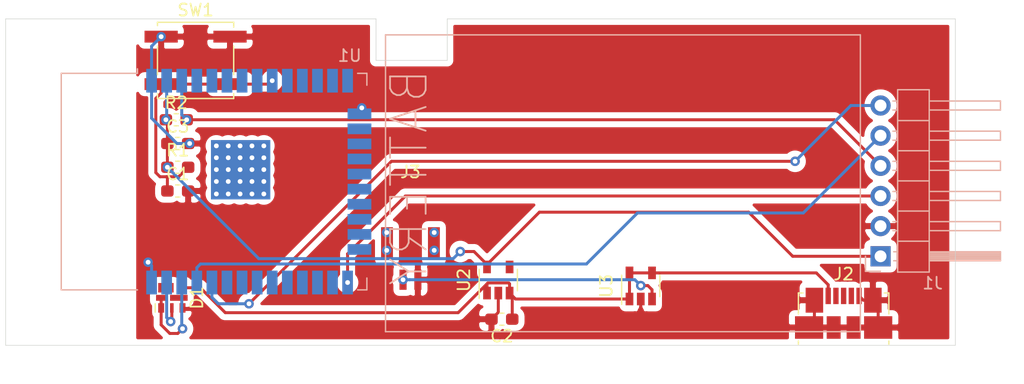
<source format=kicad_pcb>
(kicad_pcb (version 20190421) (host pcbnew "6.0.0-unknown-20800d0~86~ubuntu18.10.1")

  (general
    (thickness 1.6)
    (drawings 13)
    (tracks 158)
    (modules 13)
    (nets 45)
  )

  (page "A4")
  (layers
    (0 "F.Cu" signal)
    (31 "B.Cu" signal)
    (32 "B.Adhes" user)
    (33 "F.Adhes" user)
    (34 "B.Paste" user)
    (35 "F.Paste" user)
    (36 "B.SilkS" user)
    (37 "F.SilkS" user)
    (38 "B.Mask" user)
    (39 "F.Mask" user)
    (40 "Dwgs.User" user)
    (41 "Cmts.User" user)
    (42 "Eco1.User" user)
    (43 "Eco2.User" user)
    (44 "Edge.Cuts" user)
    (45 "Margin" user)
    (46 "B.CrtYd" user)
    (47 "F.CrtYd" user)
    (48 "B.Fab" user)
    (49 "F.Fab" user)
  )

  (setup
    (last_trace_width 0.25)
    (trace_clearance 0.2)
    (zone_clearance 0.508)
    (zone_45_only no)
    (trace_min 0.2)
    (via_size 0.8)
    (via_drill 0.4)
    (via_min_size 0.4)
    (via_min_drill 0.3)
    (uvia_size 0.3)
    (uvia_drill 0.1)
    (uvias_allowed no)
    (uvia_min_size 0.2)
    (uvia_min_drill 0.1)
    (edge_width 0.05)
    (segment_width 0.2)
    (pcb_text_width 0.3)
    (pcb_text_size 1.5 1.5)
    (mod_edge_width 0.12)
    (mod_text_size 1 1)
    (mod_text_width 0.15)
    (pad_size 1.524 1.524)
    (pad_drill 0.762)
    (pad_to_mask_clearance 0.051)
    (solder_mask_min_width 0.25)
    (aux_axis_origin 0 0)
    (visible_elements FFFFFF7F)
    (pcbplotparams
      (layerselection 0x010fc_ffffffff)
      (usegerberextensions false)
      (usegerberattributes false)
      (usegerberadvancedattributes false)
      (creategerberjobfile false)
      (excludeedgelayer true)
      (linewidth 0.100000)
      (plotframeref false)
      (viasonmask false)
      (mode 1)
      (useauxorigin false)
      (hpglpennumber 1)
      (hpglpenspeed 20)
      (hpglpendiameter 15.000000)
      (psnegative false)
      (psa4output false)
      (plotreference true)
      (plotvalue true)
      (plotinvisibletext false)
      (padsonsilk false)
      (subtractmaskfromsilk false)
      (outputformat 1)
      (mirror false)
      (drillshape 1)
      (scaleselection 1)
      (outputdirectory ""))
  )

  (net 0 "")
  (net 1 "GND")
  (net 2 "Net-(C1-Pad1)")
  (net 3 "VUSB")
  (net 4 "Net-(D1-Pad6)")
  (net 5 "Net-(D1-Pad5)")
  (net 6 "Net-(D1-Pad2)")
  (net 7 "Net-(D1-Pad1)")
  (net 8 "RX")
  (net 9 "TX")
  (net 10 "EN")
  (net 11 "IO0")
  (net 12 "+3V3")
  (net 13 "Net-(J2-Pad4)")
  (net 14 "Net-(J2-Pad3)")
  (net 15 "Net-(J2-Pad2)")
  (net 16 "Net-(J3-Pad1)")
  (net 17 "Net-(U1-Pad33)")
  (net 18 "Net-(U1-Pad32)")
  (net 19 "Net-(U1-Pad31)")
  (net 20 "Net-(U1-Pad30)")
  (net 21 "Net-(U1-Pad29)")
  (net 22 "Net-(U1-Pad28)")
  (net 23 "Net-(U1-Pad27)")
  (net 24 "Net-(U1-Pad26)")
  (net 25 "Net-(U1-Pad24)")
  (net 26 "Net-(U1-Pad23)")
  (net 27 "Net-(U1-Pad22)")
  (net 28 "Net-(U1-Pad21)")
  (net 29 "Net-(U1-Pad20)")
  (net 30 "Net-(U1-Pad19)")
  (net 31 "Net-(U1-Pad18)")
  (net 32 "Net-(U1-Pad17)")
  (net 33 "Net-(U1-Pad13)")
  (net 34 "Net-(U1-Pad12)")
  (net 35 "Net-(U1-Pad11)")
  (net 36 "Net-(U1-Pad10)")
  (net 37 "Net-(U1-Pad8)")
  (net 38 "Net-(U1-Pad7)")
  (net 39 "Net-(U1-Pad6)")
  (net 40 "Net-(U1-Pad5)")
  (net 41 "Net-(U1-Pad4)")
  (net 42 "Net-(U2-Pad4)")
  (net 43 "Net-(U1-Pad16)")
  (net 44 "Net-(U1-Pad14)")

  (net_class "Default" "This is the default net class."
    (clearance 0.2)
    (trace_width 0.25)
    (via_dia 0.8)
    (via_drill 0.4)
    (uvia_dia 0.3)
    (uvia_drill 0.1)
    (add_net "+3V3")
    (add_net "EN")
    (add_net "GND")
    (add_net "IO0")
    (add_net "Net-(C1-Pad1)")
    (add_net "Net-(D1-Pad1)")
    (add_net "Net-(D1-Pad2)")
    (add_net "Net-(D1-Pad5)")
    (add_net "Net-(D1-Pad6)")
    (add_net "Net-(J2-Pad2)")
    (add_net "Net-(J2-Pad3)")
    (add_net "Net-(J2-Pad4)")
    (add_net "Net-(J3-Pad1)")
    (add_net "Net-(U1-Pad10)")
    (add_net "Net-(U1-Pad11)")
    (add_net "Net-(U1-Pad12)")
    (add_net "Net-(U1-Pad13)")
    (add_net "Net-(U1-Pad14)")
    (add_net "Net-(U1-Pad16)")
    (add_net "Net-(U1-Pad17)")
    (add_net "Net-(U1-Pad18)")
    (add_net "Net-(U1-Pad19)")
    (add_net "Net-(U1-Pad20)")
    (add_net "Net-(U1-Pad21)")
    (add_net "Net-(U1-Pad22)")
    (add_net "Net-(U1-Pad23)")
    (add_net "Net-(U1-Pad24)")
    (add_net "Net-(U1-Pad26)")
    (add_net "Net-(U1-Pad27)")
    (add_net "Net-(U1-Pad28)")
    (add_net "Net-(U1-Pad29)")
    (add_net "Net-(U1-Pad30)")
    (add_net "Net-(U1-Pad31)")
    (add_net "Net-(U1-Pad32)")
    (add_net "Net-(U1-Pad33)")
    (add_net "Net-(U1-Pad4)")
    (add_net "Net-(U1-Pad5)")
    (add_net "Net-(U1-Pad6)")
    (add_net "Net-(U1-Pad7)")
    (add_net "Net-(U1-Pad8)")
    (add_net "Net-(U2-Pad4)")
    (add_net "RX")
    (add_net "TX")
    (add_net "VUSB")
  )

  (module "LED_SMD:LED-APA102-2020" (layer "F.Cu") (tedit 5C62815F) (tstamp 5CE500CC)
    (at 92.5 134.7 90)
    (descr "http://www.led-color.com/upload/201604/APA102-2020%20SMD%20LED.pdf")
    (tags "LED RGB SPI")
    (path "/5CEDF491")
    (attr smd)
    (fp_text reference "D1" (at 0 2.11 90) (layer "F.SilkS")
      (effects (font (size 1 1) (thickness 0.15)))
    )
    (fp_text value "APA102" (at 0 -2 90) (layer "F.Fab")
      (effects (font (size 1 1) (thickness 0.15)))
    )
    (fp_line (start 1.5 1.4) (end 0.5 1.4) (layer "F.CrtYd") (width 0.05))
    (fp_line (start -0.5 1.4) (end -1.5 1.4) (layer "F.CrtYd") (width 0.05))
    (fp_line (start -1.5 -1.4) (end -0.5 -1.4) (layer "F.CrtYd") (width 0.05))
    (fp_line (start 0.5 -1.4) (end 1.5 -1.4) (layer "F.CrtYd") (width 0.05))
    (fp_line (start 0.5 -1.58) (end 0.5 -1.4) (layer "F.CrtYd") (width 0.05))
    (fp_line (start -0.5 -1.58) (end 0.5 -1.58) (layer "F.CrtYd") (width 0.05))
    (fp_line (start -0.5 -1.4) (end -0.5 -1.58) (layer "F.CrtYd") (width 0.05))
    (fp_line (start 0.5 1.58) (end 0.5 1.4) (layer "F.CrtYd") (width 0.05))
    (fp_line (start -0.5 1.58) (end 0.5 1.58) (layer "F.CrtYd") (width 0.05))
    (fp_line (start -0.5 1.4) (end -0.5 1.58) (layer "F.CrtYd") (width 0.05))
    (fp_line (start -1.5 -1.4) (end -1.5 1.4) (layer "F.CrtYd") (width 0.05))
    (fp_line (start -0.5 -1) (end -1 -0.5) (layer "F.Fab") (width 0.1))
    (fp_text user "%R" (at 0 0 90) (layer "F.Fab")
      (effects (font (size 1 1) (thickness 0.15)))
    )
    (fp_line (start -1.2 -1.4) (end -0.5 -1.4) (layer "F.SilkS") (width 0.12))
    (fp_line (start 1.5 -1.4) (end 1.5 1.4) (layer "F.CrtYd") (width 0.05))
    (fp_line (start -1 1) (end -1 -0.5) (layer "F.Fab") (width 0.1))
    (fp_line (start 1 1) (end -1 1) (layer "F.Fab") (width 0.1))
    (fp_line (start 1 -1) (end 1 1) (layer "F.Fab") (width 0.1))
    (fp_line (start -0.5 -1) (end 1 -1) (layer "F.Fab") (width 0.1))
    (pad "6" smd rect (at 0 0.59 180) (size 1.48 0.5) (layers "F.Cu" "F.Paste" "F.Mask")
      (net 4 "Net-(D1-Pad6)"))
    (pad "1" smd rect (at 0 -0.83 180) (size 1 0.5) (layers "F.Cu" "F.Paste" "F.Mask")
      (net 7 "Net-(D1-Pad1)"))
    (pad "6" smd rect (at 0.85 -0.9 90) (size 0.8 0.5) (layers "F.Cu" "F.Paste" "F.Mask")
      (net 4 "Net-(D1-Pad6)"))
    (pad "4" smd rect (at 0.85 0.9 90) (size 0.8 0.5) (layers "F.Cu" "F.Paste" "F.Mask")
      (net 3 "VUSB"))
    (pad "5" smd rect (at 0.85 0 90) (size 0.8 0.3) (layers "F.Cu" "F.Paste" "F.Mask")
      (net 5 "Net-(D1-Pad5)"))
    (pad "3" smd rect (at -0.85 0.9 90) (size 0.8 0.5) (layers "F.Cu" "F.Paste" "F.Mask")
      (net 1 "GND"))
    (pad "2" smd rect (at -0.85 0 90) (size 0.8 0.3) (layers "F.Cu" "F.Paste" "F.Mask")
      (net 6 "Net-(D1-Pad2)"))
    (pad "1" smd rect (at -0.85 -0.9 90) (size 0.8 0.5) (layers "F.Cu" "F.Paste" "F.Mask")
      (net 7 "Net-(D1-Pad1)"))
    (model "${KIPRJMOD}/APA102.step"
      (offset (xyz 55.5 35.25 0))
      (scale (xyz 1 1 1))
      (rotate (xyz 0 0 0))
    )
  )

  (module "Connector_PinHeader_2.54mm:PinHeader_1x06_P2.54mm_Horizontal" (layer "B.Cu") (tedit 59FED5CB) (tstamp 5CE4B726)
    (at 152.2 131.2)
    (descr "Through hole angled pin header, 1x06, 2.54mm pitch, 6mm pin length, single row")
    (tags "Through hole angled pin header THT 1x06 2.54mm single row")
    (path "/5CE4C072")
    (fp_text reference "J1" (at 4.385 2.27) (layer "B.SilkS")
      (effects (font (size 1 1) (thickness 0.15)) (justify mirror))
    )
    (fp_text value "Conn_01x06_Female" (at 4.385 -14.97) (layer "B.Fab")
      (effects (font (size 1 1) (thickness 0.15)) (justify mirror))
    )
    (fp_line (start 2.135 1.27) (end 4.04 1.27) (layer "B.Fab") (width 0.1))
    (fp_line (start 4.04 1.27) (end 4.04 -13.97) (layer "B.Fab") (width 0.1))
    (fp_line (start 4.04 -13.97) (end 1.5 -13.97) (layer "B.Fab") (width 0.1))
    (fp_line (start 1.5 -13.97) (end 1.5 0.635) (layer "B.Fab") (width 0.1))
    (fp_line (start 1.5 0.635) (end 2.135 1.27) (layer "B.Fab") (width 0.1))
    (fp_line (start -0.32 0.32) (end 1.5 0.32) (layer "B.Fab") (width 0.1))
    (fp_line (start -0.32 0.32) (end -0.32 -0.32) (layer "B.Fab") (width 0.1))
    (fp_line (start -0.32 -0.32) (end 1.5 -0.32) (layer "B.Fab") (width 0.1))
    (fp_line (start 4.04 0.32) (end 10.04 0.32) (layer "B.Fab") (width 0.1))
    (fp_line (start 10.04 0.32) (end 10.04 -0.32) (layer "B.Fab") (width 0.1))
    (fp_line (start 4.04 -0.32) (end 10.04 -0.32) (layer "B.Fab") (width 0.1))
    (fp_line (start -0.32 -2.22) (end 1.5 -2.22) (layer "B.Fab") (width 0.1))
    (fp_line (start -0.32 -2.22) (end -0.32 -2.86) (layer "B.Fab") (width 0.1))
    (fp_line (start -0.32 -2.86) (end 1.5 -2.86) (layer "B.Fab") (width 0.1))
    (fp_line (start 4.04 -2.22) (end 10.04 -2.22) (layer "B.Fab") (width 0.1))
    (fp_line (start 10.04 -2.22) (end 10.04 -2.86) (layer "B.Fab") (width 0.1))
    (fp_line (start 4.04 -2.86) (end 10.04 -2.86) (layer "B.Fab") (width 0.1))
    (fp_line (start -0.32 -4.76) (end 1.5 -4.76) (layer "B.Fab") (width 0.1))
    (fp_line (start -0.32 -4.76) (end -0.32 -5.4) (layer "B.Fab") (width 0.1))
    (fp_line (start -0.32 -5.4) (end 1.5 -5.4) (layer "B.Fab") (width 0.1))
    (fp_line (start 4.04 -4.76) (end 10.04 -4.76) (layer "B.Fab") (width 0.1))
    (fp_line (start 10.04 -4.76) (end 10.04 -5.4) (layer "B.Fab") (width 0.1))
    (fp_line (start 4.04 -5.4) (end 10.04 -5.4) (layer "B.Fab") (width 0.1))
    (fp_line (start -0.32 -7.3) (end 1.5 -7.3) (layer "B.Fab") (width 0.1))
    (fp_line (start -0.32 -7.3) (end -0.32 -7.94) (layer "B.Fab") (width 0.1))
    (fp_line (start -0.32 -7.94) (end 1.5 -7.94) (layer "B.Fab") (width 0.1))
    (fp_line (start 4.04 -7.3) (end 10.04 -7.3) (layer "B.Fab") (width 0.1))
    (fp_line (start 10.04 -7.3) (end 10.04 -7.94) (layer "B.Fab") (width 0.1))
    (fp_line (start 4.04 -7.94) (end 10.04 -7.94) (layer "B.Fab") (width 0.1))
    (fp_line (start -0.32 -9.84) (end 1.5 -9.84) (layer "B.Fab") (width 0.1))
    (fp_line (start -0.32 -9.84) (end -0.32 -10.48) (layer "B.Fab") (width 0.1))
    (fp_line (start -0.32 -10.48) (end 1.5 -10.48) (layer "B.Fab") (width 0.1))
    (fp_line (start 4.04 -9.84) (end 10.04 -9.84) (layer "B.Fab") (width 0.1))
    (fp_line (start 10.04 -9.84) (end 10.04 -10.48) (layer "B.Fab") (width 0.1))
    (fp_line (start 4.04 -10.48) (end 10.04 -10.48) (layer "B.Fab") (width 0.1))
    (fp_line (start -0.32 -12.38) (end 1.5 -12.38) (layer "B.Fab") (width 0.1))
    (fp_line (start -0.32 -12.38) (end -0.32 -13.02) (layer "B.Fab") (width 0.1))
    (fp_line (start -0.32 -13.02) (end 1.5 -13.02) (layer "B.Fab") (width 0.1))
    (fp_line (start 4.04 -12.38) (end 10.04 -12.38) (layer "B.Fab") (width 0.1))
    (fp_line (start 10.04 -12.38) (end 10.04 -13.02) (layer "B.Fab") (width 0.1))
    (fp_line (start 4.04 -13.02) (end 10.04 -13.02) (layer "B.Fab") (width 0.1))
    (fp_line (start 1.44 1.33) (end 1.44 -14.03) (layer "B.SilkS") (width 0.12))
    (fp_line (start 1.44 -14.03) (end 4.1 -14.03) (layer "B.SilkS") (width 0.12))
    (fp_line (start 4.1 -14.03) (end 4.1 1.33) (layer "B.SilkS") (width 0.12))
    (fp_line (start 4.1 1.33) (end 1.44 1.33) (layer "B.SilkS") (width 0.12))
    (fp_line (start 4.1 0.38) (end 10.1 0.38) (layer "B.SilkS") (width 0.12))
    (fp_line (start 10.1 0.38) (end 10.1 -0.38) (layer "B.SilkS") (width 0.12))
    (fp_line (start 10.1 -0.38) (end 4.1 -0.38) (layer "B.SilkS") (width 0.12))
    (fp_line (start 4.1 0.32) (end 10.1 0.32) (layer "B.SilkS") (width 0.12))
    (fp_line (start 4.1 0.2) (end 10.1 0.2) (layer "B.SilkS") (width 0.12))
    (fp_line (start 4.1 0.08) (end 10.1 0.08) (layer "B.SilkS") (width 0.12))
    (fp_line (start 4.1 -0.04) (end 10.1 -0.04) (layer "B.SilkS") (width 0.12))
    (fp_line (start 4.1 -0.16) (end 10.1 -0.16) (layer "B.SilkS") (width 0.12))
    (fp_line (start 4.1 -0.28) (end 10.1 -0.28) (layer "B.SilkS") (width 0.12))
    (fp_line (start 1.11 0.38) (end 1.44 0.38) (layer "B.SilkS") (width 0.12))
    (fp_line (start 1.11 -0.38) (end 1.44 -0.38) (layer "B.SilkS") (width 0.12))
    (fp_line (start 1.44 -1.27) (end 4.1 -1.27) (layer "B.SilkS") (width 0.12))
    (fp_line (start 4.1 -2.16) (end 10.1 -2.16) (layer "B.SilkS") (width 0.12))
    (fp_line (start 10.1 -2.16) (end 10.1 -2.92) (layer "B.SilkS") (width 0.12))
    (fp_line (start 10.1 -2.92) (end 4.1 -2.92) (layer "B.SilkS") (width 0.12))
    (fp_line (start 1.042929 -2.16) (end 1.44 -2.16) (layer "B.SilkS") (width 0.12))
    (fp_line (start 1.042929 -2.92) (end 1.44 -2.92) (layer "B.SilkS") (width 0.12))
    (fp_line (start 1.44 -3.81) (end 4.1 -3.81) (layer "B.SilkS") (width 0.12))
    (fp_line (start 4.1 -4.7) (end 10.1 -4.7) (layer "B.SilkS") (width 0.12))
    (fp_line (start 10.1 -4.7) (end 10.1 -5.46) (layer "B.SilkS") (width 0.12))
    (fp_line (start 10.1 -5.46) (end 4.1 -5.46) (layer "B.SilkS") (width 0.12))
    (fp_line (start 1.042929 -4.7) (end 1.44 -4.7) (layer "B.SilkS") (width 0.12))
    (fp_line (start 1.042929 -5.46) (end 1.44 -5.46) (layer "B.SilkS") (width 0.12))
    (fp_line (start 1.44 -6.35) (end 4.1 -6.35) (layer "B.SilkS") (width 0.12))
    (fp_line (start 4.1 -7.24) (end 10.1 -7.24) (layer "B.SilkS") (width 0.12))
    (fp_line (start 10.1 -7.24) (end 10.1 -8) (layer "B.SilkS") (width 0.12))
    (fp_line (start 10.1 -8) (end 4.1 -8) (layer "B.SilkS") (width 0.12))
    (fp_line (start 1.042929 -7.24) (end 1.44 -7.24) (layer "B.SilkS") (width 0.12))
    (fp_line (start 1.042929 -8) (end 1.44 -8) (layer "B.SilkS") (width 0.12))
    (fp_line (start 1.44 -8.89) (end 4.1 -8.89) (layer "B.SilkS") (width 0.12))
    (fp_line (start 4.1 -9.78) (end 10.1 -9.78) (layer "B.SilkS") (width 0.12))
    (fp_line (start 10.1 -9.78) (end 10.1 -10.54) (layer "B.SilkS") (width 0.12))
    (fp_line (start 10.1 -10.54) (end 4.1 -10.54) (layer "B.SilkS") (width 0.12))
    (fp_line (start 1.042929 -9.78) (end 1.44 -9.78) (layer "B.SilkS") (width 0.12))
    (fp_line (start 1.042929 -10.54) (end 1.44 -10.54) (layer "B.SilkS") (width 0.12))
    (fp_line (start 1.44 -11.43) (end 4.1 -11.43) (layer "B.SilkS") (width 0.12))
    (fp_line (start 4.1 -12.32) (end 10.1 -12.32) (layer "B.SilkS") (width 0.12))
    (fp_line (start 10.1 -12.32) (end 10.1 -13.08) (layer "B.SilkS") (width 0.12))
    (fp_line (start 10.1 -13.08) (end 4.1 -13.08) (layer "B.SilkS") (width 0.12))
    (fp_line (start 1.042929 -12.32) (end 1.44 -12.32) (layer "B.SilkS") (width 0.12))
    (fp_line (start 1.042929 -13.08) (end 1.44 -13.08) (layer "B.SilkS") (width 0.12))
    (fp_line (start -1.27 0) (end -1.27 1.27) (layer "B.SilkS") (width 0.12))
    (fp_line (start -1.27 1.27) (end 0 1.27) (layer "B.SilkS") (width 0.12))
    (fp_line (start -1.8 1.8) (end -1.8 -14.5) (layer "B.CrtYd") (width 0.05))
    (fp_line (start -1.8 -14.5) (end 10.55 -14.5) (layer "B.CrtYd") (width 0.05))
    (fp_line (start 10.55 -14.5) (end 10.55 1.8) (layer "B.CrtYd") (width 0.05))
    (fp_line (start 10.55 1.8) (end -1.8 1.8) (layer "B.CrtYd") (width 0.05))
    (fp_text user "%R" (at 2.77 -6.35 -90) (layer "B.Fab")
      (effects (font (size 1 1) (thickness 0.15)) (justify mirror))
    )
    (pad "1" thru_hole rect (at 0 0) (size 1.7 1.7) (drill 1) (layers *.Cu *.Mask)
      (net 12 "+3V3"))
    (pad "2" thru_hole oval (at 0 -2.54) (size 1.7 1.7) (drill 1) (layers *.Cu *.Mask)
      (net 1 "GND"))
    (pad "3" thru_hole oval (at 0 -5.08) (size 1.7 1.7) (drill 1) (layers *.Cu *.Mask)
      (net 11 "IO0"))
    (pad "4" thru_hole oval (at 0 -7.62) (size 1.7 1.7) (drill 1) (layers *.Cu *.Mask)
      (net 10 "EN"))
    (pad "5" thru_hole oval (at 0 -10.16) (size 1.7 1.7) (drill 1) (layers *.Cu *.Mask)
      (net 9 "TX"))
    (pad "6" thru_hole oval (at 0 -12.7) (size 1.7 1.7) (drill 1) (layers *.Cu *.Mask)
      (net 8 "RX"))
    (model "${KISYS3DMOD}/Connector_PinHeader_2.54mm.3dshapes/PinHeader_1x06_P2.54mm_Horizontal.wrl"
      (at (xyz 0 0 0))
      (scale (xyz 1 1 1))
      (rotate (xyz 0 0 0))
    )
  )

  (module "ricmohte:BM02B-GHS-TBT" (layer "F.Cu") (tedit 5CE4BB8D) (tstamp 5CE50169)
    (at 112.6 130.1 180)
    (path "/5CE4E6E8")
    (fp_text reference "J3" (at 0 6) (layer "F.SilkS")
      (effects (font (size 1 1) (thickness 0.15)))
    )
    (fp_text value "Conn_01x02_Male" (at 0 -7.5) (layer "F.Fab")
      (effects (font (size 1 1) (thickness 0.15)))
    )
    (pad "1" smd rect (at 0.625 -3.075 180) (size 0.6 1.7) (layers "F.Cu" "F.Paste" "F.Mask")
      (net 16 "Net-(J3-Pad1)"))
    (pad "2" smd rect (at -0.625 -3.075 180) (size 0.6 1.7) (layers "F.Cu" "F.Paste" "F.Mask")
      (net 1 "GND"))
    (pad "" smd rect (at 1.975 0 180) (size 1 2.7) (layers "F.Cu" "F.Paste" "F.Mask"))
    (pad "" smd rect (at -1.975 0 180) (size 1 2.7) (layers "F.Cu" "F.Paste" "F.Mask"))
  )

  (module "Resistor_SMD:R_0603_1608Metric_Pad1.05x0.95mm_HandSolder" (layer "F.Cu") (tedit 5B301BBD) (tstamp 5CE4FF7A)
    (at 92.875 119.7)
    (descr "Resistor SMD 0603 (1608 Metric), square (rectangular) end terminal, IPC_7351 nominal with elongated pad for handsoldering. (Body size source: http://www.tortai-tech.com/upload/download/2011102023233369053.pdf), generated with kicad-footprint-generator")
    (tags "resistor handsolder")
    (path "/5CE4FE77")
    (attr smd)
    (fp_text reference "R2" (at 0 -1.43) (layer "F.SilkS")
      (effects (font (size 1 1) (thickness 0.15)))
    )
    (fp_text value "R" (at 0 1.43) (layer "F.Fab")
      (effects (font (size 1 1) (thickness 0.15)))
    )
    (fp_line (start -0.8 0.4) (end -0.8 -0.4) (layer "F.Fab") (width 0.1))
    (fp_line (start -0.8 -0.4) (end 0.8 -0.4) (layer "F.Fab") (width 0.1))
    (fp_line (start 0.8 -0.4) (end 0.8 0.4) (layer "F.Fab") (width 0.1))
    (fp_line (start 0.8 0.4) (end -0.8 0.4) (layer "F.Fab") (width 0.1))
    (fp_line (start -0.171267 -0.51) (end 0.171267 -0.51) (layer "F.SilkS") (width 0.12))
    (fp_line (start -0.171267 0.51) (end 0.171267 0.51) (layer "F.SilkS") (width 0.12))
    (fp_line (start -1.65 0.73) (end -1.65 -0.73) (layer "F.CrtYd") (width 0.05))
    (fp_line (start -1.65 -0.73) (end 1.65 -0.73) (layer "F.CrtYd") (width 0.05))
    (fp_line (start 1.65 -0.73) (end 1.65 0.73) (layer "F.CrtYd") (width 0.05))
    (fp_line (start 1.65 0.73) (end -1.65 0.73) (layer "F.CrtYd") (width 0.05))
    (fp_text user "%R" (at 0 0) (layer "F.Fab")
      (effects (font (size 0.4 0.4) (thickness 0.06)))
    )
    (pad "1" smd roundrect (at -0.875 0) (size 1.05 0.95) (layers "F.Cu" "F.Paste" "F.Mask") (roundrect_rratio 0.25)
      (net 12 "+3V3"))
    (pad "2" smd roundrect (at 0.875 0) (size 1.05 0.95) (layers "F.Cu" "F.Paste" "F.Mask") (roundrect_rratio 0.25)
      (net 10 "EN"))
    (model "${KISYS3DMOD}/Resistor_SMD.3dshapes/R_0603_1608Metric.wrl"
      (at (xyz 0 0 0))
      (scale (xyz 1 1 1))
      (rotate (xyz 0 0 0))
    )
  )

  (module "Capacitor_SMD:C_0603_1608Metric_Pad1.05x0.95mm_HandSolder" (layer "F.Cu") (tedit 5B301BBE) (tstamp 5CE4FDFB)
    (at 93 121.7)
    (descr "Capacitor SMD 0603 (1608 Metric), square (rectangular) end terminal, IPC_7351 nominal with elongated pad for handsoldering. (Body size source: http://www.tortai-tech.com/upload/download/2011102023233369053.pdf), generated with kicad-footprint-generator")
    (tags "capacitor handsolder")
    (path "/5CE570CD")
    (attr smd)
    (fp_text reference "C3" (at 0 -1.43) (layer "F.SilkS")
      (effects (font (size 1 1) (thickness 0.15)))
    )
    (fp_text value "1u" (at 0 1.43) (layer "F.Fab")
      (effects (font (size 1 1) (thickness 0.15)))
    )
    (fp_line (start -0.8 0.4) (end -0.8 -0.4) (layer "F.Fab") (width 0.1))
    (fp_line (start -0.8 -0.4) (end 0.8 -0.4) (layer "F.Fab") (width 0.1))
    (fp_line (start 0.8 -0.4) (end 0.8 0.4) (layer "F.Fab") (width 0.1))
    (fp_line (start 0.8 0.4) (end -0.8 0.4) (layer "F.Fab") (width 0.1))
    (fp_line (start -0.171267 -0.51) (end 0.171267 -0.51) (layer "F.SilkS") (width 0.12))
    (fp_line (start -0.171267 0.51) (end 0.171267 0.51) (layer "F.SilkS") (width 0.12))
    (fp_line (start -1.65 0.73) (end -1.65 -0.73) (layer "F.CrtYd") (width 0.05))
    (fp_line (start -1.65 -0.73) (end 1.65 -0.73) (layer "F.CrtYd") (width 0.05))
    (fp_line (start 1.65 -0.73) (end 1.65 0.73) (layer "F.CrtYd") (width 0.05))
    (fp_line (start 1.65 0.73) (end -1.65 0.73) (layer "F.CrtYd") (width 0.05))
    (fp_text user "%R" (at 0 0) (layer "F.Fab")
      (effects (font (size 0.4 0.4) (thickness 0.06)))
    )
    (pad "1" smd roundrect (at -0.875 0) (size 1.05 0.95) (layers "F.Cu" "F.Paste" "F.Mask") (roundrect_rratio 0.25)
      (net 12 "+3V3"))
    (pad "2" smd roundrect (at 0.875 0) (size 1.05 0.95) (layers "F.Cu" "F.Paste" "F.Mask") (roundrect_rratio 0.25)
      (net 1 "GND"))
    (model "${KISYS3DMOD}/Capacitor_SMD.3dshapes/C_0603_1608Metric.wrl"
      (at (xyz 0 0 0))
      (scale (xyz 1 1 1))
      (rotate (xyz 0 0 0))
    )
  )

  (module "Package_TO_SOT_SMD:SOT-23-5" (layer "F.Cu") (tedit 5A02FF57) (tstamp 5CE5022D)
    (at 132 133.7 90)
    (descr "5-pin SOT23 package")
    (tags "SOT-23-5")
    (path "/5CE84B04")
    (attr smd)
    (fp_text reference "U3" (at 0 -2.9 90) (layer "F.SilkS")
      (effects (font (size 1 1) (thickness 0.15)))
    )
    (fp_text value "MCP73811T-420I-OT" (at 0 2.9 90) (layer "F.Fab")
      (effects (font (size 1 1) (thickness 0.15)))
    )
    (fp_text user "%R" (at 0 0) (layer "F.Fab")
      (effects (font (size 0.5 0.5) (thickness 0.075)))
    )
    (fp_line (start -0.9 1.61) (end 0.9 1.61) (layer "F.SilkS") (width 0.12))
    (fp_line (start 0.9 -1.61) (end -1.55 -1.61) (layer "F.SilkS") (width 0.12))
    (fp_line (start -1.9 -1.8) (end 1.9 -1.8) (layer "F.CrtYd") (width 0.05))
    (fp_line (start 1.9 -1.8) (end 1.9 1.8) (layer "F.CrtYd") (width 0.05))
    (fp_line (start 1.9 1.8) (end -1.9 1.8) (layer "F.CrtYd") (width 0.05))
    (fp_line (start -1.9 1.8) (end -1.9 -1.8) (layer "F.CrtYd") (width 0.05))
    (fp_line (start -0.9 -0.9) (end -0.25 -1.55) (layer "F.Fab") (width 0.1))
    (fp_line (start 0.9 -1.55) (end -0.25 -1.55) (layer "F.Fab") (width 0.1))
    (fp_line (start -0.9 -0.9) (end -0.9 1.55) (layer "F.Fab") (width 0.1))
    (fp_line (start 0.9 1.55) (end -0.9 1.55) (layer "F.Fab") (width 0.1))
    (fp_line (start 0.9 -1.55) (end 0.9 1.55) (layer "F.Fab") (width 0.1))
    (pad "1" smd rect (at -1.1 -0.95 90) (size 1.06 0.65) (layers "F.Cu" "F.Paste" "F.Mask")
      (net 3 "VUSB"))
    (pad "2" smd rect (at -1.1 0 90) (size 1.06 0.65) (layers "F.Cu" "F.Paste" "F.Mask")
      (net 1 "GND"))
    (pad "3" smd rect (at -1.1 0.95 90) (size 1.06 0.65) (layers "F.Cu" "F.Paste" "F.Mask")
      (net 16 "Net-(J3-Pad1)"))
    (pad "4" smd rect (at 1.1 0.95 90) (size 1.06 0.65) (layers "F.Cu" "F.Paste" "F.Mask")
      (net 3 "VUSB"))
    (pad "5" smd rect (at 1.1 -0.95 90) (size 1.06 0.65) (layers "F.Cu" "F.Paste" "F.Mask")
      (net 3 "VUSB"))
    (model "${KISYS3DMOD}/Package_TO_SOT_SMD.3dshapes/SOT-23-5.wrl"
      (at (xyz 0 0 0))
      (scale (xyz 1 1 1))
      (rotate (xyz 0 0 0))
    )
  )

  (module "Package_TO_SOT_SMD:SOT-23-5" (layer "F.Cu") (tedit 5A02FF57) (tstamp 5CE50218)
    (at 120 133.2 90)
    (descr "5-pin SOT23 package")
    (tags "SOT-23-5")
    (path "/5CE4BB78")
    (attr smd)
    (fp_text reference "U2" (at 0 -2.9 90) (layer "F.SilkS")
      (effects (font (size 1 1) (thickness 0.15)))
    )
    (fp_text value "AP2112K-3.3" (at 0 2.9 90) (layer "F.Fab")
      (effects (font (size 1 1) (thickness 0.15)))
    )
    (fp_text user "%R" (at 0 0) (layer "F.Fab")
      (effects (font (size 0.5 0.5) (thickness 0.075)))
    )
    (fp_line (start -0.9 1.61) (end 0.9 1.61) (layer "F.SilkS") (width 0.12))
    (fp_line (start 0.9 -1.61) (end -1.55 -1.61) (layer "F.SilkS") (width 0.12))
    (fp_line (start -1.9 -1.8) (end 1.9 -1.8) (layer "F.CrtYd") (width 0.05))
    (fp_line (start 1.9 -1.8) (end 1.9 1.8) (layer "F.CrtYd") (width 0.05))
    (fp_line (start 1.9 1.8) (end -1.9 1.8) (layer "F.CrtYd") (width 0.05))
    (fp_line (start -1.9 1.8) (end -1.9 -1.8) (layer "F.CrtYd") (width 0.05))
    (fp_line (start -0.9 -0.9) (end -0.25 -1.55) (layer "F.Fab") (width 0.1))
    (fp_line (start 0.9 -1.55) (end -0.25 -1.55) (layer "F.Fab") (width 0.1))
    (fp_line (start -0.9 -0.9) (end -0.9 1.55) (layer "F.Fab") (width 0.1))
    (fp_line (start 0.9 1.55) (end -0.9 1.55) (layer "F.Fab") (width 0.1))
    (fp_line (start 0.9 -1.55) (end 0.9 1.55) (layer "F.Fab") (width 0.1))
    (pad "1" smd rect (at -1.1 -0.95 90) (size 1.06 0.65) (layers "F.Cu" "F.Paste" "F.Mask")
      (net 3 "VUSB"))
    (pad "2" smd rect (at -1.1 0 90) (size 1.06 0.65) (layers "F.Cu" "F.Paste" "F.Mask")
      (net 1 "GND"))
    (pad "3" smd rect (at -1.1 0.95 90) (size 1.06 0.65) (layers "F.Cu" "F.Paste" "F.Mask")
      (net 3 "VUSB"))
    (pad "4" smd rect (at 1.1 0.95 90) (size 1.06 0.65) (layers "F.Cu" "F.Paste" "F.Mask")
      (net 42 "Net-(U2-Pad4)"))
    (pad "5" smd rect (at 1.1 -0.95 90) (size 1.06 0.65) (layers "F.Cu" "F.Paste" "F.Mask")
      (net 12 "+3V3"))
    (model "${KISYS3DMOD}/Package_TO_SOT_SMD.3dshapes/SOT-23-5.wrl"
      (at (xyz 0 0 0))
      (scale (xyz 1 1 1))
      (rotate (xyz 0 0 0))
    )
  )

  (module "RF_Module:ESP32-WROOM-32" (layer "B.Cu") (tedit 5B5B4654) (tstamp 5CE50203)
    (at 99.05 124.91 270)
    (descr "Single 2.4 GHz Wi-Fi and Bluetooth combo chip https://www.espressif.com/sites/default/files/documentation/esp32-wroom-32_datasheet_en.pdf")
    (tags "Single 2.4 GHz Wi-Fi and Bluetooth combo  chip")
    (path "/5CE4A36D")
    (attr smd)
    (fp_text reference "U1" (at -10.61 -8.43 180) (layer "B.SilkS")
      (effects (font (size 1 1) (thickness 0.15)) (justify mirror))
    )
    (fp_text value "ESP32-WROOM-32" (at 0 -11.5 90) (layer "B.Fab")
      (effects (font (size 1 1) (thickness 0.15)) (justify mirror))
    )
    (fp_text user "%R" (at 0 0 90) (layer "B.Fab")
      (effects (font (size 1 1) (thickness 0.15)) (justify mirror))
    )
    (fp_text user "KEEP-OUT ZONE" (at 0 19 90) (layer "Cmts.User")
      (effects (font (size 1 1) (thickness 0.15)))
    )
    (fp_text user "Antenna" (at 0 13 90) (layer "Cmts.User")
      (effects (font (size 1 1) (thickness 0.15)))
    )
    (fp_text user "5 mm" (at 11.8 14.375 90) (layer "Cmts.User")
      (effects (font (size 0.5 0.5) (thickness 0.1)))
    )
    (fp_text user "5 mm" (at -11.2 14.375 90) (layer "Cmts.User")
      (effects (font (size 0.5 0.5) (thickness 0.1)))
    )
    (fp_text user "5 mm" (at 7.8 19.075 180) (layer "Cmts.User")
      (effects (font (size 0.5 0.5) (thickness 0.1)))
    )
    (fp_line (start -14 9.97) (end -14 20.75) (layer "Dwgs.User") (width 0.1))
    (fp_line (start 9 -9.76) (end 9 15.745) (layer "B.Fab") (width 0.1))
    (fp_line (start -9 -9.76) (end 9 -9.76) (layer "B.Fab") (width 0.1))
    (fp_line (start -9 15.745) (end -9 10.02) (layer "B.Fab") (width 0.1))
    (fp_line (start -9 15.745) (end 9 15.745) (layer "B.Fab") (width 0.1))
    (fp_line (start -9.75 -10.5) (end -9.75 9.72) (layer "B.CrtYd") (width 0.05))
    (fp_line (start -9.75 -10.5) (end 9.75 -10.5) (layer "B.CrtYd") (width 0.05))
    (fp_line (start 9.75 9.72) (end 9.75 -10.5) (layer "B.CrtYd") (width 0.05))
    (fp_line (start -14.25 21) (end 14.25 21) (layer "B.CrtYd") (width 0.05))
    (fp_line (start -9 9.02) (end -9 -9.76) (layer "B.Fab") (width 0.1))
    (fp_line (start -8.5 9.52) (end -9 10.02) (layer "B.Fab") (width 0.1))
    (fp_line (start -9 9.02) (end -8.5 9.52) (layer "B.Fab") (width 0.1))
    (fp_line (start 14 9.97) (end -14 9.97) (layer "Dwgs.User") (width 0.1))
    (fp_line (start 14 9.97) (end 14 20.75) (layer "Dwgs.User") (width 0.1))
    (fp_line (start 14 20.75) (end -14 20.75) (layer "Dwgs.User") (width 0.1))
    (fp_line (start -14.25 21) (end -14.25 9.72) (layer "B.CrtYd") (width 0.05))
    (fp_line (start 14.25 21) (end 14.25 9.72) (layer "B.CrtYd") (width 0.05))
    (fp_line (start -14.25 9.72) (end -9.75 9.72) (layer "B.CrtYd") (width 0.05))
    (fp_line (start 9.75 9.72) (end 14.25 9.72) (layer "B.CrtYd") (width 0.05))
    (fp_line (start -12.525 20.75) (end -14 19.66) (layer "Dwgs.User") (width 0.1))
    (fp_line (start -10.525 20.75) (end -14 18.045) (layer "Dwgs.User") (width 0.1))
    (fp_line (start -8.525 20.75) (end -14 16.43) (layer "Dwgs.User") (width 0.1))
    (fp_line (start -6.525 20.75) (end -14 14.815) (layer "Dwgs.User") (width 0.1))
    (fp_line (start -4.525 20.75) (end -14 13.2) (layer "Dwgs.User") (width 0.1))
    (fp_line (start -2.525 20.75) (end -14 11.585) (layer "Dwgs.User") (width 0.1))
    (fp_line (start -0.525 20.75) (end -14 9.97) (layer "Dwgs.User") (width 0.1))
    (fp_line (start 1.475 20.75) (end -12 9.97) (layer "Dwgs.User") (width 0.1))
    (fp_line (start 3.475 20.75) (end -10 9.97) (layer "Dwgs.User") (width 0.1))
    (fp_line (start -8 9.97) (end 5.475 20.75) (layer "Dwgs.User") (width 0.1))
    (fp_line (start 7.475 20.75) (end -6 9.97) (layer "Dwgs.User") (width 0.1))
    (fp_line (start 9.475 20.75) (end -4 9.97) (layer "Dwgs.User") (width 0.1))
    (fp_line (start 11.475 20.75) (end -2 9.97) (layer "Dwgs.User") (width 0.1))
    (fp_line (start 13.475 20.75) (end 0 9.97) (layer "Dwgs.User") (width 0.1))
    (fp_line (start 14 19.66) (end 2 9.97) (layer "Dwgs.User") (width 0.1))
    (fp_line (start 14 18.045) (end 4 9.97) (layer "Dwgs.User") (width 0.1))
    (fp_line (start 14 16.43) (end 6 9.97) (layer "Dwgs.User") (width 0.1))
    (fp_line (start 14 14.815) (end 8 9.97) (layer "Dwgs.User") (width 0.1))
    (fp_line (start 14 13.2) (end 10 9.97) (layer "Dwgs.User") (width 0.1))
    (fp_line (start 14 11.585) (end 12 9.97) (layer "Dwgs.User") (width 0.1))
    (fp_line (start 9.2 13.875) (end 13.8 13.875) (layer "Cmts.User") (width 0.1))
    (fp_line (start 13.8 13.875) (end 13.6 14.075) (layer "Cmts.User") (width 0.1))
    (fp_line (start 13.8 13.875) (end 13.6 13.675) (layer "Cmts.User") (width 0.1))
    (fp_line (start 9.2 13.875) (end 9.4 14.075) (layer "Cmts.User") (width 0.1))
    (fp_line (start 9.2 13.875) (end 9.4 13.675) (layer "Cmts.User") (width 0.1))
    (fp_line (start -13.8 13.875) (end -13.6 14.075) (layer "Cmts.User") (width 0.1))
    (fp_line (start -13.8 13.875) (end -13.6 13.675) (layer "Cmts.User") (width 0.1))
    (fp_line (start -9.2 13.875) (end -9.4 13.675) (layer "Cmts.User") (width 0.1))
    (fp_line (start -13.8 13.875) (end -9.2 13.875) (layer "Cmts.User") (width 0.1))
    (fp_line (start -9.2 13.875) (end -9.4 14.075) (layer "Cmts.User") (width 0.1))
    (fp_line (start 8.4 16) (end 8.2 16.2) (layer "Cmts.User") (width 0.1))
    (fp_line (start 8.4 16) (end 8.6 16.2) (layer "Cmts.User") (width 0.1))
    (fp_line (start 8.4 20.6) (end 8.6 20.4) (layer "Cmts.User") (width 0.1))
    (fp_line (start 8.4 16) (end 8.4 20.6) (layer "Cmts.User") (width 0.1))
    (fp_line (start 8.4 20.6) (end 8.2 20.4) (layer "Cmts.User") (width 0.1))
    (fp_line (start -9.12 -9.1) (end -9.12 -9.88) (layer "B.SilkS") (width 0.12))
    (fp_line (start -9.12 -9.88) (end -8.12 -9.88) (layer "B.SilkS") (width 0.12))
    (fp_line (start 9.12 -9.1) (end 9.12 -9.88) (layer "B.SilkS") (width 0.12))
    (fp_line (start 9.12 -9.88) (end 8.12 -9.88) (layer "B.SilkS") (width 0.12))
    (fp_line (start -9.12 15.865) (end 9.12 15.865) (layer "B.SilkS") (width 0.12))
    (fp_line (start 9.12 15.865) (end 9.12 9.445) (layer "B.SilkS") (width 0.12))
    (fp_line (start -9.12 15.865) (end -9.12 9.445) (layer "B.SilkS") (width 0.12))
    (fp_line (start -9.12 9.445) (end -9.5 9.445) (layer "B.SilkS") (width 0.12))
    (pad "39" smd rect (at -1 0.755 270) (size 5 5) (layers "B.Cu" "B.Paste" "B.Mask"))
    (pad "1" smd rect (at -8.5 8.255 270) (size 2 0.9) (layers "B.Cu" "B.Paste" "B.Mask")
      (net 1 "GND"))
    (pad "2" smd rect (at -8.5 6.985 270) (size 2 0.9) (layers "B.Cu" "B.Paste" "B.Mask")
      (net 12 "+3V3"))
    (pad "3" smd rect (at -8.5 5.715 270) (size 2 0.9) (layers "B.Cu" "B.Paste" "B.Mask")
      (net 10 "EN"))
    (pad "4" smd rect (at -8.5 4.445 270) (size 2 0.9) (layers "B.Cu" "B.Paste" "B.Mask")
      (net 41 "Net-(U1-Pad4)"))
    (pad "5" smd rect (at -8.5 3.175 270) (size 2 0.9) (layers "B.Cu" "B.Paste" "B.Mask")
      (net 40 "Net-(U1-Pad5)"))
    (pad "6" smd rect (at -8.5 1.905 270) (size 2 0.9) (layers "B.Cu" "B.Paste" "B.Mask")
      (net 39 "Net-(U1-Pad6)"))
    (pad "7" smd rect (at -8.5 0.635 270) (size 2 0.9) (layers "B.Cu" "B.Paste" "B.Mask")
      (net 38 "Net-(U1-Pad7)"))
    (pad "8" smd rect (at -8.5 -0.635 270) (size 2 0.9) (layers "B.Cu" "B.Paste" "B.Mask")
      (net 37 "Net-(U1-Pad8)"))
    (pad "9" smd rect (at -8.5 -1.905 270) (size 2 0.9) (layers "B.Cu" "B.Paste" "B.Mask")
      (net 2 "Net-(C1-Pad1)"))
    (pad "10" smd rect (at -8.5 -3.175 270) (size 2 0.9) (layers "B.Cu" "B.Paste" "B.Mask")
      (net 36 "Net-(U1-Pad10)"))
    (pad "11" smd rect (at -8.5 -4.445 270) (size 2 0.9) (layers "B.Cu" "B.Paste" "B.Mask")
      (net 35 "Net-(U1-Pad11)"))
    (pad "12" smd rect (at -8.5 -5.715 270) (size 2 0.9) (layers "B.Cu" "B.Paste" "B.Mask")
      (net 34 "Net-(U1-Pad12)"))
    (pad "13" smd rect (at -8.5 -6.985 270) (size 2 0.9) (layers "B.Cu" "B.Paste" "B.Mask")
      (net 33 "Net-(U1-Pad13)"))
    (pad "14" smd rect (at -8.5 -8.255 270) (size 2 0.9) (layers "B.Cu" "B.Paste" "B.Mask")
      (net 44 "Net-(U1-Pad14)"))
    (pad "15" smd rect (at -5.715 -9.255 180) (size 2 0.9) (layers "B.Cu" "B.Paste" "B.Mask")
      (net 1 "GND"))
    (pad "16" smd rect (at -4.445 -9.255 180) (size 2 0.9) (layers "B.Cu" "B.Paste" "B.Mask")
      (net 43 "Net-(U1-Pad16)"))
    (pad "17" smd rect (at -3.175 -9.255 180) (size 2 0.9) (layers "B.Cu" "B.Paste" "B.Mask")
      (net 32 "Net-(U1-Pad17)"))
    (pad "18" smd rect (at -1.905 -9.255 180) (size 2 0.9) (layers "B.Cu" "B.Paste" "B.Mask")
      (net 31 "Net-(U1-Pad18)"))
    (pad "19" smd rect (at -0.635 -9.255 180) (size 2 0.9) (layers "B.Cu" "B.Paste" "B.Mask")
      (net 30 "Net-(U1-Pad19)"))
    (pad "20" smd rect (at 0.635 -9.255 180) (size 2 0.9) (layers "B.Cu" "B.Paste" "B.Mask")
      (net 29 "Net-(U1-Pad20)"))
    (pad "21" smd rect (at 1.905 -9.255 180) (size 2 0.9) (layers "B.Cu" "B.Paste" "B.Mask")
      (net 28 "Net-(U1-Pad21)"))
    (pad "22" smd rect (at 3.175 -9.255 180) (size 2 0.9) (layers "B.Cu" "B.Paste" "B.Mask")
      (net 27 "Net-(U1-Pad22)"))
    (pad "23" smd rect (at 4.445 -9.255 180) (size 2 0.9) (layers "B.Cu" "B.Paste" "B.Mask")
      (net 26 "Net-(U1-Pad23)"))
    (pad "24" smd rect (at 5.715 -9.255 180) (size 2 0.9) (layers "B.Cu" "B.Paste" "B.Mask")
      (net 25 "Net-(U1-Pad24)"))
    (pad "25" smd rect (at 8.5 -8.255 270) (size 2 0.9) (layers "B.Cu" "B.Paste" "B.Mask")
      (net 11 "IO0"))
    (pad "26" smd rect (at 8.5 -6.985 270) (size 2 0.9) (layers "B.Cu" "B.Paste" "B.Mask")
      (net 24 "Net-(U1-Pad26)"))
    (pad "27" smd rect (at 8.5 -5.715 270) (size 2 0.9) (layers "B.Cu" "B.Paste" "B.Mask")
      (net 23 "Net-(U1-Pad27)"))
    (pad "28" smd rect (at 8.5 -4.445 270) (size 2 0.9) (layers "B.Cu" "B.Paste" "B.Mask")
      (net 22 "Net-(U1-Pad28)"))
    (pad "29" smd rect (at 8.5 -3.175 270) (size 2 0.9) (layers "B.Cu" "B.Paste" "B.Mask")
      (net 21 "Net-(U1-Pad29)"))
    (pad "30" smd rect (at 8.5 -1.905 270) (size 2 0.9) (layers "B.Cu" "B.Paste" "B.Mask")
      (net 20 "Net-(U1-Pad30)"))
    (pad "31" smd rect (at 8.5 -0.635 270) (size 2 0.9) (layers "B.Cu" "B.Paste" "B.Mask")
      (net 19 "Net-(U1-Pad31)"))
    (pad "32" smd rect (at 8.5 0.635 270) (size 2 0.9) (layers "B.Cu" "B.Paste" "B.Mask")
      (net 18 "Net-(U1-Pad32)"))
    (pad "33" smd rect (at 8.5 1.905 270) (size 2 0.9) (layers "B.Cu" "B.Paste" "B.Mask")
      (net 17 "Net-(U1-Pad33)"))
    (pad "34" smd rect (at 8.5 3.175 270) (size 2 0.9) (layers "B.Cu" "B.Paste" "B.Mask")
      (net 8 "RX"))
    (pad "35" smd rect (at 8.5 4.445 270) (size 2 0.9) (layers "B.Cu" "B.Paste" "B.Mask")
      (net 9 "TX"))
    (pad "36" smd rect (at 8.5 5.715 270) (size 2 0.9) (layers "B.Cu" "B.Paste" "B.Mask")
      (net 7 "Net-(D1-Pad1)"))
    (pad "37" smd rect (at 8.5 6.985 270) (size 2 0.9) (layers "B.Cu" "B.Paste" "B.Mask")
      (net 6 "Net-(D1-Pad2)"))
    (pad "38" smd rect (at 8.5 8.255 270) (size 2 0.9) (layers "B.Cu" "B.Paste" "B.Mask")
      (net 1 "GND"))
    (model "${KISYS3DMOD}/RF_Module.3dshapes/ESP32-WROOM-32.wrl"
      (at (xyz 0 0 0))
      (scale (xyz 1 1 1))
      (rotate (xyz 0 0 0))
    )
  )

  (module "Button_Switch_SMD:SW_Push_1P1T_NO_CK_KSC7xxJ" (layer "F.Cu") (tedit 5C63FE2A) (tstamp 5CE50194)
    (at 94.5 114.7 180)
    (descr "CK components KSC7 tactile switch https://www.ckswitches.com/media/1973/ksc7.pdf")
    (tags "tactile switch ksc7")
    (path "/5CEE828E")
    (attr smd)
    (fp_text reference "SW1" (at 0 4.24) (layer "F.SilkS")
      (effects (font (size 1 1) (thickness 0.15)))
    )
    (fp_text value "SW_Push" (at 0 -4.23) (layer "F.Fab")
      (effects (font (size 1 1) (thickness 0.15)))
    )
    (fp_line (start -3.1 -3.1) (end 3.1 -3.1) (layer "F.Fab") (width 0.1))
    (fp_line (start 3.1 -3.1) (end 3.1 3.1) (layer "F.Fab") (width 0.1))
    (fp_line (start 3.1 3.1) (end -3.1 3.1) (layer "F.Fab") (width 0.1))
    (fp_line (start -3.1 3.1) (end -3.1 -3.1) (layer "F.Fab") (width 0.1))
    (fp_text user "%R" (at 0 0) (layer "F.Fab")
      (effects (font (size 1 1) (thickness 0.15)))
    )
    (fp_line (start -4.55 -3.35) (end 4.55 -3.35) (layer "F.CrtYd") (width 0.05))
    (fp_line (start 4.55 -3.35) (end 4.55 3.35) (layer "F.CrtYd") (width 0.05))
    (fp_line (start 4.55 3.35) (end -4.55 3.35) (layer "F.CrtYd") (width 0.05))
    (fp_line (start -4.55 3.35) (end -4.55 -3.35) (layer "F.CrtYd") (width 0.05))
    (fp_circle (center 0 0) (end 1.5 0) (layer "F.Fab") (width 0.1))
    (fp_line (start -3.21 2.8) (end -3.21 3.21) (layer "F.SilkS") (width 0.12))
    (fp_line (start -3.21 3.21) (end 3.21 3.21) (layer "F.SilkS") (width 0.12))
    (fp_line (start 3.21 3.21) (end 3.21 2.93) (layer "F.SilkS") (width 0.12))
    (fp_line (start 3.21 1.2) (end 3.21 -1.2) (layer "F.SilkS") (width 0.12))
    (fp_line (start 3.21 -2.8) (end 3.21 -3.21) (layer "F.SilkS") (width 0.12))
    (fp_line (start 3.21 -3.21) (end -3.21 -3.21) (layer "F.SilkS") (width 0.12))
    (fp_line (start -3.21 -3.21) (end -3.21 -2.8) (layer "F.SilkS") (width 0.12))
    (fp_line (start -3.21 -1.2) (end -3.21 1.2) (layer "F.SilkS") (width 0.12))
    (pad "1" smd rect (at -2.9 -2 180) (size 2.8 1) (layers "F.Cu" "F.Paste" "F.Mask")
      (net 2 "Net-(C1-Pad1)"))
    (pad "1" smd rect (at 2.9 -2 180) (size 2.8 1) (layers "F.Cu" "F.Paste" "F.Mask")
      (net 2 "Net-(C1-Pad1)"))
    (pad "2" smd rect (at -2.9 2 180) (size 2.8 1) (layers "F.Cu" "F.Paste" "F.Mask")
      (net 1 "GND"))
    (pad "2" smd rect (at 2.9 2 180) (size 2.8 1) (layers "F.Cu" "F.Paste" "F.Mask")
      (net 1 "GND"))
    (model "${KISYS3DMOD}/Button_Switch_SMD.3dshapes/SW_push_1P1T_NO_CK_KSC7xxJxxx.wrl"
      (at (xyz 0 0 0))
      (scale (xyz 1 1 1))
      (rotate (xyz 0 0 0))
    )
    (model "${KISYS3DMOD}/Button_Switch_SMD.3dshapes/SW_SPST_PTS645.step"
      (at (xyz 0 0 0))
      (scale (xyz 1 1 1))
      (rotate (xyz 0 0 0))
    )
  )

  (module "Resistor_SMD:R_0603_1608Metric_Pad1.05x0.95mm_HandSolder" (layer "F.Cu") (tedit 5B301BBD) (tstamp 5CE5017A)
    (at 93 123.7)
    (descr "Resistor SMD 0603 (1608 Metric), square (rectangular) end terminal, IPC_7351 nominal with elongated pad for handsoldering. (Body size source: http://www.tortai-tech.com/upload/download/2011102023233369053.pdf), generated with kicad-footprint-generator")
    (tags "resistor handsolder")
    (path "/5CEF8EE9")
    (attr smd)
    (fp_text reference "R1" (at 0 -1.43) (layer "F.SilkS")
      (effects (font (size 1 1) (thickness 0.15)))
    )
    (fp_text value "10k" (at 0 1.43) (layer "F.Fab")
      (effects (font (size 1 1) (thickness 0.15)))
    )
    (fp_line (start -0.8 0.4) (end -0.8 -0.4) (layer "F.Fab") (width 0.1))
    (fp_line (start -0.8 -0.4) (end 0.8 -0.4) (layer "F.Fab") (width 0.1))
    (fp_line (start 0.8 -0.4) (end 0.8 0.4) (layer "F.Fab") (width 0.1))
    (fp_line (start 0.8 0.4) (end -0.8 0.4) (layer "F.Fab") (width 0.1))
    (fp_line (start -0.171267 -0.51) (end 0.171267 -0.51) (layer "F.SilkS") (width 0.12))
    (fp_line (start -0.171267 0.51) (end 0.171267 0.51) (layer "F.SilkS") (width 0.12))
    (fp_line (start -1.65 0.73) (end -1.65 -0.73) (layer "F.CrtYd") (width 0.05))
    (fp_line (start -1.65 -0.73) (end 1.65 -0.73) (layer "F.CrtYd") (width 0.05))
    (fp_line (start 1.65 -0.73) (end 1.65 0.73) (layer "F.CrtYd") (width 0.05))
    (fp_line (start 1.65 0.73) (end -1.65 0.73) (layer "F.CrtYd") (width 0.05))
    (fp_text user "%R" (at 0 0) (layer "F.Fab")
      (effects (font (size 0.4 0.4) (thickness 0.06)))
    )
    (pad "1" smd roundrect (at -0.875 0) (size 1.05 0.95) (layers "F.Cu" "F.Paste" "F.Mask") (roundrect_rratio 0.25)
      (net 12 "+3V3"))
    (pad "2" smd roundrect (at 0.875 0) (size 1.05 0.95) (layers "F.Cu" "F.Paste" "F.Mask") (roundrect_rratio 0.25)
      (net 2 "Net-(C1-Pad1)"))
    (model "${KISYS3DMOD}/Resistor_SMD.3dshapes/R_0603_1608Metric.wrl"
      (at (xyz 0 0 0))
      (scale (xyz 1 1 1))
      (rotate (xyz 0 0 0))
    )
  )

  (module "Connector_USB:USB_Micro-B_Molex_47346-0001" (layer "F.Cu") (tedit 5A1DC0BD) (tstamp 5CE4D150)
    (at 149.09 136)
    (descr "Micro USB B receptable with flange, bottom-mount, SMD, right-angle (http://www.molex.com/pdm_docs/sd/473460001_sd.pdf)")
    (tags "Micro B USB SMD")
    (path "/5CE4EB7C")
    (attr smd)
    (fp_text reference "J2" (at 0 -3.3 180) (layer "F.SilkS")
      (effects (font (size 1 1) (thickness 0.15)))
    )
    (fp_text value "USB_B_Micro" (at 0 4.6 180) (layer "F.Fab")
      (effects (font (size 1 1) (thickness 0.15)))
    )
    (fp_text user "PCB Edge" (at 0 2.67 180) (layer "Dwgs.User")
      (effects (font (size 0.4 0.4) (thickness 0.04)))
    )
    (fp_text user "%R" (at 0 0.9 -270) (layer "F.Fab")
      (effects (font (size 1 1) (thickness 0.15)))
    )
    (fp_line (start 3.81 -1.71) (end 3.43 -1.71) (layer "F.SilkS") (width 0.12))
    (fp_line (start 4.6 3.9) (end -4.6 3.9) (layer "F.CrtYd") (width 0.05))
    (fp_line (start 4.6 -2.7) (end 4.6 3.9) (layer "F.CrtYd") (width 0.05))
    (fp_line (start -4.6 -2.7) (end 4.6 -2.7) (layer "F.CrtYd") (width 0.05))
    (fp_line (start -4.6 3.9) (end -4.6 -2.7) (layer "F.CrtYd") (width 0.05))
    (fp_line (start 3.75 3.35) (end -3.75 3.35) (layer "F.Fab") (width 0.1))
    (fp_line (start 3.75 -1.65) (end 3.75 3.35) (layer "F.Fab") (width 0.1))
    (fp_line (start -3.75 -1.65) (end 3.75 -1.65) (layer "F.Fab") (width 0.1))
    (fp_line (start -3.75 3.35) (end -3.75 -1.65) (layer "F.Fab") (width 0.1))
    (fp_line (start 3.81 2.34) (end 3.81 2.6) (layer "F.SilkS") (width 0.12))
    (fp_line (start 3.81 -1.71) (end 3.81 0.06) (layer "F.SilkS") (width 0.12))
    (fp_line (start -3.81 -1.71) (end -3.43 -1.71) (layer "F.SilkS") (width 0.12))
    (fp_line (start -3.81 0.06) (end -3.81 -1.71) (layer "F.SilkS") (width 0.12))
    (fp_line (start -3.81 2.6) (end -3.81 2.34) (layer "F.SilkS") (width 0.12))
    (fp_line (start -3.25 2.65) (end 3.25 2.65) (layer "F.Fab") (width 0.1))
    (pad "1" smd rect (at -1.3 -1.46) (size 0.45 1.38) (layers "F.Cu" "F.Paste" "F.Mask")
      (net 3 "VUSB"))
    (pad "2" smd rect (at -0.65 -1.46) (size 0.45 1.38) (layers "F.Cu" "F.Paste" "F.Mask")
      (net 15 "Net-(J2-Pad2)"))
    (pad "3" smd rect (at 0 -1.46) (size 0.45 1.38) (layers "F.Cu" "F.Paste" "F.Mask")
      (net 14 "Net-(J2-Pad3)"))
    (pad "4" smd rect (at 0.65 -1.46) (size 0.45 1.38) (layers "F.Cu" "F.Paste" "F.Mask")
      (net 13 "Net-(J2-Pad4)"))
    (pad "5" smd rect (at 1.3 -1.46) (size 0.45 1.38) (layers "F.Cu" "F.Paste" "F.Mask")
      (net 1 "GND"))
    (pad "6" smd rect (at -2.4625 -1.1) (size 1.475 2.1) (layers "F.Cu" "F.Paste" "F.Mask")
      (net 1 "GND"))
    (pad "6" smd rect (at 2.4625 -1.1) (size 1.475 2.1) (layers "F.Cu" "F.Paste" "F.Mask")
      (net 1 "GND"))
    (pad "6" smd rect (at -2.91 1.2) (size 2.375 1.9) (layers "F.Cu" "F.Paste" "F.Mask")
      (net 1 "GND"))
    (pad "6" smd rect (at 2.91 1.2) (size 2.375 1.9) (layers "F.Cu" "F.Paste" "F.Mask")
      (net 1 "GND"))
    (pad "6" smd rect (at -0.84 1.2) (size 1.175 1.9) (layers "F.Cu" "F.Paste" "F.Mask")
      (net 1 "GND"))
    (pad "6" smd rect (at 0.84 1.2) (size 1.175 1.9) (layers "F.Cu" "F.Paste" "F.Mask")
      (net 1 "GND"))
    (model "${KISYS3DMOD}/Connector_USB.3dshapes/USB_Micro-B_Molex_47346-0001.wrl"
      (at (xyz 0 0 0))
      (scale (xyz 1 1 1))
      (rotate (xyz 0 0 0))
    )
  )

  (module "Capacitor_SMD:C_0603_1608Metric_Pad1.05x0.95mm_HandSolder" (layer "F.Cu") (tedit 5B301BBE) (tstamp 5CE500B6)
    (at 120.3 136.5 180)
    (descr "Capacitor SMD 0603 (1608 Metric), square (rectangular) end terminal, IPC_7351 nominal with elongated pad for handsoldering. (Body size source: http://www.tortai-tech.com/upload/download/2011102023233369053.pdf), generated with kicad-footprint-generator")
    (tags "capacitor handsolder")
    (path "/5CE8B954")
    (attr smd)
    (fp_text reference "C2" (at 0 -1.43) (layer "F.SilkS")
      (effects (font (size 1 1) (thickness 0.15)))
    )
    (fp_text value "1u" (at 0 1.43) (layer "F.Fab")
      (effects (font (size 1 1) (thickness 0.15)))
    )
    (fp_line (start -0.8 0.4) (end -0.8 -0.4) (layer "F.Fab") (width 0.1))
    (fp_line (start -0.8 -0.4) (end 0.8 -0.4) (layer "F.Fab") (width 0.1))
    (fp_line (start 0.8 -0.4) (end 0.8 0.4) (layer "F.Fab") (width 0.1))
    (fp_line (start 0.8 0.4) (end -0.8 0.4) (layer "F.Fab") (width 0.1))
    (fp_line (start -0.171267 -0.51) (end 0.171267 -0.51) (layer "F.SilkS") (width 0.12))
    (fp_line (start -0.171267 0.51) (end 0.171267 0.51) (layer "F.SilkS") (width 0.12))
    (fp_line (start -1.65 0.73) (end -1.65 -0.73) (layer "F.CrtYd") (width 0.05))
    (fp_line (start -1.65 -0.73) (end 1.65 -0.73) (layer "F.CrtYd") (width 0.05))
    (fp_line (start 1.65 -0.73) (end 1.65 0.73) (layer "F.CrtYd") (width 0.05))
    (fp_line (start 1.65 0.73) (end -1.65 0.73) (layer "F.CrtYd") (width 0.05))
    (fp_text user "%R" (at 0 0) (layer "F.Fab")
      (effects (font (size 0.4 0.4) (thickness 0.06)))
    )
    (pad "1" smd roundrect (at -0.875 0 180) (size 1.05 0.95) (layers "F.Cu" "F.Paste" "F.Mask") (roundrect_rratio 0.25)
      (net 3 "VUSB"))
    (pad "2" smd roundrect (at 0.875 0 180) (size 1.05 0.95) (layers "F.Cu" "F.Paste" "F.Mask") (roundrect_rratio 0.25)
      (net 1 "GND"))
    (model "${KISYS3DMOD}/Capacitor_SMD.3dshapes/C_0603_1608Metric.wrl"
      (at (xyz 0 0 0))
      (scale (xyz 1 1 1))
      (rotate (xyz 0 0 0))
    )
  )

  (module "Capacitor_SMD:C_0603_1608Metric_Pad1.05x0.95mm_HandSolder" (layer "F.Cu") (tedit 5B301BBE) (tstamp 5CE4BC4C)
    (at 93 125.7)
    (descr "Capacitor SMD 0603 (1608 Metric), square (rectangular) end terminal, IPC_7351 nominal with elongated pad for handsoldering. (Body size source: http://www.tortai-tech.com/upload/download/2011102023233369053.pdf), generated with kicad-footprint-generator")
    (tags "capacitor handsolder")
    (path "/5CEF0C6A")
    (attr smd)
    (fp_text reference "C1" (at 0 -1.43) (layer "F.SilkS")
      (effects (font (size 1 1) (thickness 0.15)))
    )
    (fp_text value "0.1u" (at 0 1.43) (layer "F.Fab")
      (effects (font (size 1 1) (thickness 0.15)))
    )
    (fp_line (start -0.8 0.4) (end -0.8 -0.4) (layer "F.Fab") (width 0.1))
    (fp_line (start -0.8 -0.4) (end 0.8 -0.4) (layer "F.Fab") (width 0.1))
    (fp_line (start 0.8 -0.4) (end 0.8 0.4) (layer "F.Fab") (width 0.1))
    (fp_line (start 0.8 0.4) (end -0.8 0.4) (layer "F.Fab") (width 0.1))
    (fp_line (start -0.171267 -0.51) (end 0.171267 -0.51) (layer "F.SilkS") (width 0.12))
    (fp_line (start -0.171267 0.51) (end 0.171267 0.51) (layer "F.SilkS") (width 0.12))
    (fp_line (start -1.65 0.73) (end -1.65 -0.73) (layer "F.CrtYd") (width 0.05))
    (fp_line (start -1.65 -0.73) (end 1.65 -0.73) (layer "F.CrtYd") (width 0.05))
    (fp_line (start 1.65 -0.73) (end 1.65 0.73) (layer "F.CrtYd") (width 0.05))
    (fp_line (start 1.65 0.73) (end -1.65 0.73) (layer "F.CrtYd") (width 0.05))
    (fp_text user "%R" (at 0 0) (layer "F.Fab")
      (effects (font (size 0.4 0.4) (thickness 0.06)))
    )
    (pad "1" smd roundrect (at -0.875 0) (size 1.05 0.95) (layers "F.Cu" "F.Paste" "F.Mask") (roundrect_rratio 0.25)
      (net 2 "Net-(C1-Pad1)"))
    (pad "2" smd roundrect (at 0.875 0) (size 1.05 0.95) (layers "F.Cu" "F.Paste" "F.Mask") (roundrect_rratio 0.25)
      (net 1 "GND"))
    (model "${KISYS3DMOD}/Capacitor_SMD.3dshapes/C_0603_1608Metric.wrl"
      (at (xyz 0 0 0))
      (scale (xyz 1 1 1))
      (rotate (xyz 0 0 0))
    )
  )

  (gr_line (start 115.7 111.2) (end 158.5 111.2) (layer "Edge.Cuts") (width 0.05) (tstamp 5CE4D37B))
  (gr_line (start 115.7 114.7) (end 115.7 111.2) (layer "Edge.Cuts") (width 0.05))
  (gr_line (start 109.7 114.7) (end 115.7 114.7) (layer "Edge.Cuts") (width 0.05))
  (gr_line (start 109.7 111.2) (end 109.7 114.7) (layer "Edge.Cuts") (width 0.05))
  (gr_line (start 158.5 138.7) (end 78.5 138.7) (layer "Edge.Cuts") (width 0.05) (tstamp 5CE4B885))
  (gr_line (start 158.5 111.2) (end 158.5 138.7) (layer "Edge.Cuts") (width 0.05))
  (gr_line (start 78.5 111.2) (end 109.7 111.2) (layer "Edge.Cuts") (width 0.05))
  (gr_line (start 78.5 138.7) (end 78.5 111.2) (layer "Edge.Cuts") (width 0.05))
  (gr_text "BATTERY" (at 112.5 124.55 90) (layer "B.SilkS")
    (effects (font (size 3 3) (thickness 0.15)) (justify mirror))
  )
  (gr_line (start 150.5 112.55) (end 110.5 112.55) (layer "B.SilkS") (width 0.12) (tstamp 5CE4B199))
  (gr_line (start 150.5 137.55) (end 150.5 112.55) (layer "B.SilkS") (width 0.12))
  (gr_line (start 110.5 137.55) (end 150.5 137.55) (layer "B.SilkS") (width 0.12))
  (gr_line (start 110.5 112.55) (end 110.5 137.55) (layer "B.SilkS") (width 0.12))

  (via (at 96.25 125.95) (size 0.8) (drill 0.4) (layers "F.Cu" "B.Cu") (net 0))
  (via (at 96.25 124.9) (size 0.8) (drill 0.4) (layers "F.Cu" "B.Cu") (net 0) (tstamp 5CE4BF0C))
  (via (at 96.25 123.9) (size 0.8) (drill 0.4) (layers "F.Cu" "B.Cu") (net 0) (tstamp 5CE4BF0E))
  (via (at 96.25 122.9) (size 0.8) (drill 0.4) (layers "F.Cu" "B.Cu") (net 0) (tstamp 5CE4BF10))
  (via (at 96.25 121.9) (size 0.8) (drill 0.4) (layers "F.Cu" "B.Cu") (net 0) (tstamp 5CE4BF12))
  (via (at 97.25 125.95) (size 0.8) (drill 0.4) (layers "F.Cu" "B.Cu") (net 0) (tstamp 5CE4C3DE))
  (via (at 97.25 122.9) (size 0.8) (drill 0.4) (layers "F.Cu" "B.Cu") (net 0) (tstamp 5CE4C3DF))
  (via (at 97.25 121.9) (size 0.8) (drill 0.4) (layers "F.Cu" "B.Cu") (net 0) (tstamp 5CE4C3E0))
  (via (at 97.25 124.9) (size 0.8) (drill 0.4) (layers "F.Cu" "B.Cu") (net 0) (tstamp 5CE4C3E1))
  (via (at 97.25 123.9) (size 0.8) (drill 0.4) (layers "F.Cu" "B.Cu") (net 0) (tstamp 5CE4C3E2))
  (via (at 98.25 125.95) (size 0.8) (drill 0.4) (layers "F.Cu" "B.Cu") (net 0) (tstamp 5CE4C3E8))
  (via (at 98.25 122.9) (size 0.8) (drill 0.4) (layers "F.Cu" "B.Cu") (net 0) (tstamp 5CE4C3E9))
  (via (at 98.25 124.9) (size 0.8) (drill 0.4) (layers "F.Cu" "B.Cu") (net 0) (tstamp 5CE4C3EA))
  (via (at 98.25 123.9) (size 0.8) (drill 0.4) (layers "F.Cu" "B.Cu") (net 0) (tstamp 5CE4C3EB))
  (via (at 98.25 121.9) (size 0.8) (drill 0.4) (layers "F.Cu" "B.Cu") (net 0) (tstamp 5CE4C3EC))
  (via (at 99.25 124.9) (size 0.8) (drill 0.4) (layers "F.Cu" "B.Cu") (net 0) (tstamp 5CE4C3F2))
  (via (at 99.25 125.95) (size 0.8) (drill 0.4) (layers "F.Cu" "B.Cu") (net 0) (tstamp 5CE4C3F3))
  (via (at 99.25 122.9) (size 0.8) (drill 0.4) (layers "F.Cu" "B.Cu") (net 0) (tstamp 5CE4C3F4))
  (via (at 99.25 121.9) (size 0.8) (drill 0.4) (layers "F.Cu" "B.Cu") (net 0) (tstamp 5CE4C3F5))
  (via (at 99.25 123.9) (size 0.8) (drill 0.4) (layers "F.Cu" "B.Cu") (net 0) (tstamp 5CE4C3F6))
  (via (at 100.25 124.9) (size 0.8) (drill 0.4) (layers "F.Cu" "B.Cu") (net 0) (tstamp 5CE4C3FC))
  (via (at 100.25 121.9) (size 0.8) (drill 0.4) (layers "F.Cu" "B.Cu") (net 0) (tstamp 5CE4C3FD))
  (via (at 100.25 123.9) (size 0.8) (drill 0.4) (layers "F.Cu" "B.Cu") (net 0) (tstamp 5CE4C3FE))
  (via (at 100.25 122.9) (size 0.8) (drill 0.4) (layers "F.Cu" "B.Cu") (net 0) (tstamp 5CE4C3FF))
  (via (at 100.25 125.95) (size 0.8) (drill 0.4) (layers "F.Cu" "B.Cu") (net 0) (tstamp 5CE4C400))
  (via (at 110.6 130.7) (size 0.8) (drill 0.4) (layers "F.Cu" "B.Cu") (net 0) (tstamp 5CE6756A))
  (via (at 110.6 129.2) (size 0.8) (drill 0.4) (layers "F.Cu" "B.Cu") (net 0) (tstamp 5CE67567))
  (via (at 114.6 129.2) (size 0.8) (drill 0.4) (layers "F.Cu" "B.Cu") (net 0) (tstamp 5CE6756D))
  (via (at 114.6 130.7) (size 0.8) (drill 0.4) (layers "F.Cu" "B.Cu") (net 0) (tstamp 5CE67564))
  (via (at 94 121.7) (size 0.8) (drill 0.4) (layers "F.Cu" "B.Cu") (net 1))
  (segment (start 93.875 121.7) (end 94 121.7) (width 0.25) (layer "F.Cu") (net 1))
  (segment (start 90.795 117.66) (end 90.795 116.41) (width 0.25) (layer "B.Cu") (net 1))
  (segment (start 90.795 119.568002) (end 90.795 117.66) (width 0.25) (layer "B.Cu") (net 1))
  (segment (start 92.926998 121.7) (end 90.795 119.568002) (width 0.25) (layer "B.Cu") (net 1))
  (segment (start 94 121.7) (end 92.926998 121.7) (width 0.25) (layer "B.Cu") (net 1))
  (via (at 91.6 112.7) (size 0.8) (drill 0.4) (layers "F.Cu" "B.Cu") (net 1))
  (segment (start 90.795 116.41) (end 90.795 113.505) (width 0.25) (layer "B.Cu") (net 1))
  (segment (start 90.795 113.505) (end 91.6 112.7) (width 0.25) (layer "B.Cu") (net 1))
  (segment (start 91.6 112.7) (end 97.4 112.7) (width 0.25) (layer "F.Cu") (net 1))
  (segment (start 155.55 128.66) (end 156.5 128.66) (width 0.25) (layer "F.Cu") (net 1))
  (segment (start 132 134.8) (end 132 135.58) (width 0.25) (layer "F.Cu") (net 1))
  (segment (start 132 135.58) (end 132 136.2) (width 0.25) (layer "F.Cu") (net 1))
  (segment (start 120 135.925) (end 119.425 136.5) (width 0.25) (layer "F.Cu") (net 1))
  (segment (start 120 134.3) (end 120 135.925) (width 0.25) (layer "F.Cu") (net 1))
  (via (at 108.5 118.7) (size 0.8) (drill 0.4) (layers "F.Cu" "B.Cu") (net 1))
  (segment (start 108.5 119) (end 108.305 119.195) (width 0.25) (layer "B.Cu") (net 1))
  (segment (start 108.5 118.7) (end 108.5 119) (width 0.25) (layer "B.Cu") (net 1))
  (via (at 90.5 131.7) (size 0.8) (drill 0.4) (layers "F.Cu" "B.Cu") (net 1))
  (segment (start 90.795 131.995) (end 90.5 131.7) (width 0.25) (layer "B.Cu") (net 1))
  (segment (start 90.795 133.41) (end 90.795 131.995) (width 0.25) (layer "B.Cu") (net 1))
  (segment (start 146.6275 136.7525) (end 146.18 137.2) (width 0.25) (layer "F.Cu") (net 1))
  (segment (start 146.6275 134.9) (end 146.6275 136.7525) (width 0.25) (layer "F.Cu") (net 1))
  (segment (start 146.18 137.2) (end 148.25 137.2) (width 0.25) (layer "F.Cu") (net 1))
  (segment (start 148.25 137.2) (end 149.93 137.2) (width 0.25) (layer "F.Cu") (net 1))
  (segment (start 149.93 137.2) (end 152 137.2) (width 0.25) (layer "F.Cu") (net 1))
  (segment (start 152 135.3475) (end 151.5525 134.9) (width 0.25) (layer "F.Cu") (net 1))
  (segment (start 152 137.2) (end 152 135.3475) (width 0.25) (layer "F.Cu") (net 1))
  (segment (start 150.75 134.9) (end 150.39 134.54) (width 0.25) (layer "F.Cu") (net 1))
  (segment (start 151.5525 134.9) (end 150.75 134.9) (width 0.25) (layer "F.Cu") (net 1))
  (segment (start 93.875 123.7) (end 93.07499 124.50001) (width 0.25) (layer "F.Cu") (net 2))
  (segment (start 92.125 124.575) (end 92.125 125.7) (width 0.25) (layer "F.Cu") (net 2))
  (segment (start 92.05001 124.50001) (end 92.125 124.575) (width 0.25) (layer "F.Cu") (net 2))
  (segment (start 93.07499 124.50001) (end 92.05001 124.50001) (width 0.25) (layer "F.Cu") (net 2))
  (segment (start 91.6 116.7) (end 97.4 116.7) (width 0.25) (layer "F.Cu") (net 2))
  (via (at 100.955 116.41) (size 0.8) (drill 0.4) (layers "F.Cu" "B.Cu") (net 2))
  (segment (start 97.4 116.7) (end 100.665 116.7) (width 0.25) (layer "F.Cu") (net 2))
  (segment (start 100.665 116.7) (end 100.955 116.41) (width 0.25) (layer "F.Cu") (net 2))
  (segment (start 91.6 117.45) (end 91.6 116.7) (width 0.25) (layer "F.Cu") (net 2))
  (segment (start 91.14999 124.15) (end 91.14999 117.90001) (width 0.25) (layer "F.Cu") (net 2))
  (segment (start 92.05001 124.50001) (end 91.5 124.50001) (width 0.25) (layer "F.Cu") (net 2))
  (segment (start 91.14999 117.90001) (end 91.6 117.45) (width 0.25) (layer "F.Cu") (net 2))
  (segment (start 91.5 124.50001) (end 91.14999 124.15) (width 0.25) (layer "F.Cu") (net 2))
  (segment (start 131.05 134.8) (end 131.05 132.6) (width 0.25) (layer "F.Cu") (net 3))
  (segment (start 131.05 132.6) (end 132.95 132.6) (width 0.25) (layer "F.Cu") (net 3))
  (segment (start 121.45 134.8) (end 120.95 134.3) (width 0.25) (layer "F.Cu") (net 3))
  (segment (start 131.05 134.8) (end 121.45 134.8) (width 0.25) (layer "F.Cu") (net 3))
  (segment (start 119.05 133.52) (end 119.05 134.3) (width 0.25) (layer "F.Cu") (net 3))
  (segment (start 120.874999 133.444999) (end 119.125001 133.444999) (width 0.25) (layer "F.Cu") (net 3))
  (segment (start 120.95 133.52) (end 120.874999 133.444999) (width 0.25) (layer "F.Cu") (net 3))
  (segment (start 119.125001 133.444999) (end 119.05 133.52) (width 0.25) (layer "F.Cu") (net 3))
  (segment (start 120.95 134.3) (end 120.95 133.52) (width 0.25) (layer "F.Cu") (net 3))
  (segment (start 121.175 134.525) (end 120.95 134.3) (width 0.25) (layer "F.Cu") (net 3))
  (segment (start 121.175 136.5) (end 121.175 134.525) (width 0.25) (layer "F.Cu") (net 3))
  (segment (start 133.525 132.6) (end 132.95 132.6) (width 0.25) (layer "F.Cu") (net 3))
  (segment (start 147.79 133.6) (end 146.79 132.6) (width 0.25) (layer "F.Cu") (net 3))
  (segment (start 146.79 132.6) (end 133.525 132.6) (width 0.25) (layer "F.Cu") (net 3))
  (segment (start 147.79 134.54) (end 147.79 133.6) (width 0.25) (layer "F.Cu") (net 3))
  (segment (start 94.85 133.8) (end 94.25 133.8) (width 0.25) (layer "F.Cu") (net 3))
  (segment (start 97 135.95) (end 94.85 133.8) (width 0.25) (layer "F.Cu") (net 3))
  (segment (start 119.125001 133.444999) (end 116.62 135.95) (width 0.25) (layer "F.Cu") (net 3))
  (segment (start 116.62 135.95) (end 97 135.95) (width 0.25) (layer "F.Cu") (net 3))
  (segment (start 94.2 133.85) (end 93.4 133.85) (width 0.25) (layer "F.Cu") (net 3))
  (segment (start 94.25 133.8) (end 94.2 133.85) (width 0.25) (layer "F.Cu") (net 3))
  (via (at 92.4 136.7) (size 0.8) (drill 0.4) (layers "F.Cu" "B.Cu") (net 6))
  (segment (start 92.065 133.41) (end 92.065 136.365) (width 0.25) (layer "B.Cu") (net 6))
  (segment (start 92.065 136.365) (end 92.4 136.7) (width 0.25) (layer "B.Cu") (net 6))
  (segment (start 92.5 136.6) (end 92.4 136.7) (width 0.25) (layer "F.Cu") (net 6))
  (segment (start 92.5 135.55) (end 92.5 136.6) (width 0.25) (layer "F.Cu") (net 6))
  (segment (start 91.6 135.55) (end 91.6 136.973002) (width 0.25) (layer "F.Cu") (net 7))
  (segment (start 92.326997 137.699999) (end 93.000001 137.699999) (width 0.25) (layer "F.Cu") (net 7))
  (segment (start 93.335 137.235) (end 93.4 137.3) (width 0.25) (layer "B.Cu") (net 7))
  (via (at 93.4 137.3) (size 0.8) (drill 0.4) (layers "F.Cu" "B.Cu") (net 7))
  (segment (start 93.000001 137.699999) (end 93.4 137.3) (width 0.25) (layer "F.Cu") (net 7))
  (segment (start 93.335 133.41) (end 93.335 137.235) (width 0.25) (layer "B.Cu") (net 7))
  (segment (start 91.6 136.973002) (end 92.326997 137.699999) (width 0.25) (layer "F.Cu") (net 7))
  (segment (start 91.6 134.77) (end 91.67 134.7) (width 0.25) (layer "F.Cu") (net 7))
  (segment (start 91.6 135.55) (end 91.6 134.77) (width 0.25) (layer "F.Cu") (net 7))
  (via (at 145 123.2) (size 0.8) (drill 0.4) (layers "F.Cu" "B.Cu") (net 8))
  (segment (start 149.7 118.5) (end 145 123.2) (width 0.25) (layer "B.Cu") (net 8))
  (segment (start 108.53001 125.66999) (end 99 135.2) (width 0.25) (layer "F.Cu") (net 8))
  (via (at 99 135.2) (size 0.8) (drill 0.4) (layers "F.Cu" "B.Cu") (net 8))
  (segment (start 145 123.2) (end 111 123.2) (width 0.25) (layer "F.Cu") (net 8))
  (segment (start 111 123.2) (end 108.53001 125.66999) (width 0.25) (layer "F.Cu") (net 8))
  (segment (start 95.875 134.66) (end 95.875 133.41) (width 0.25) (layer "B.Cu") (net 8))
  (segment (start 99 135.2) (end 96.415 135.2) (width 0.25) (layer "B.Cu") (net 8))
  (segment (start 96.415 135.2) (end 95.875 134.66) (width 0.25) (layer "B.Cu") (net 8))
  (segment (start 149.7 118.5) (end 152.2 118.5) (width 0.25) (layer "B.Cu") (net 8))
  (segment (start 94.605 132.16) (end 94.605 133.41) (width 0.25) (layer "B.Cu") (net 9))
  (segment (start 94.914988 131.850012) (end 94.605 132.16) (width 0.25) (layer "B.Cu") (net 9))
  (segment (start 145.689988 127.550012) (end 152.2 121.04) (width 0.25) (layer "B.Cu") (net 9))
  (segment (start 127.42299 131.850012) (end 94.914988 131.850012) (width 0.25) (layer "B.Cu") (net 9))
  (segment (start 131.72299 127.550012) (end 127.42299 131.850012) (width 0.25) (layer "B.Cu") (net 9))
  (segment (start 145.689988 127.550012) (end 131.72299 127.550012) (width 0.25) (layer "B.Cu") (net 9))
  (via (at 93.75 119.7) (size 0.8) (drill 0.4) (layers "F.Cu" "B.Cu") (net 10))
  (segment (start 93.335 116.41) (end 93.335 119.285) (width 0.25) (layer "B.Cu") (net 10))
  (segment (start 93.335 119.285) (end 93.75 119.7) (width 0.25) (layer "B.Cu") (net 10))
  (segment (start 148.32 119.7) (end 93.75 119.7) (width 0.25) (layer "F.Cu") (net 10))
  (segment (start 152.2 123.58) (end 148.32 119.7) (width 0.25) (layer "F.Cu") (net 10))
  (via (at 107.305 133.41) (size 0.8) (drill 0.4) (layers "F.Cu" "B.Cu") (net 11))
  (segment (start 107.305 130.995) (end 107.305 133.41) (width 0.25) (layer "F.Cu") (net 11))
  (segment (start 152.2 126.12) (end 112.18 126.12) (width 0.25) (layer "F.Cu") (net 11))
  (segment (start 112.18 126.12) (end 107.305 130.995) (width 0.25) (layer "F.Cu") (net 11))
  (via (at 92 119.7) (size 0.8) (drill 0.4) (layers "F.Cu" "B.Cu") (net 12))
  (segment (start 92.065 119.635) (end 92 119.7) (width 0.25) (layer "B.Cu") (net 12))
  (segment (start 92.065 116.41) (end 92.065 119.635) (width 0.25) (layer "B.Cu") (net 12))
  (segment (start 92.125 119.825) (end 92 119.7) (width 0.25) (layer "F.Cu") (net 12))
  (segment (start 92.125 121.7) (end 92.125 119.825) (width 0.25) (layer "F.Cu") (net 12))
  (segment (start 119.05 131.895) (end 123.460001 127.484999) (width 0.25) (layer "F.Cu") (net 12))
  (segment (start 92.125 121.7) (end 92.125 123.7) (width 0.25) (layer "F.Cu") (net 12))
  (via (at 92.125 123.7) (size 0.8) (drill 0.4) (layers "F.Cu" "B.Cu") (net 12))
  (via (at 116.8 130.8) (size 0.8) (drill 0.4) (layers "F.Cu" "B.Cu") (net 12))
  (segment (start 119.05 131.895) (end 119.05 132.1) (width 0.25) (layer "F.Cu") (net 12))
  (segment (start 117.955 130.8) (end 119.05 131.895) (width 0.25) (layer "F.Cu") (net 12))
  (segment (start 116.8 130.8) (end 117.955 130.8) (width 0.25) (layer "F.Cu") (net 12))
  (segment (start 123.460001 127.484999) (end 141.084999 127.484999) (width 0.25) (layer "F.Cu") (net 12))
  (segment (start 144.8 131.2) (end 152.2 131.2) (width 0.25) (layer "F.Cu") (net 12))
  (segment (start 141.084999 127.484999) (end 144.8 131.2) (width 0.25) (layer "F.Cu") (net 12))
  (segment (start 116.199999 131.400001) (end 116.8 130.8) (width 0.25) (layer "B.Cu") (net 12))
  (segment (start 92.125 123.7) (end 99.825001 131.400001) (width 0.25) (layer "B.Cu") (net 12))
  (segment (start 99.825001 131.400001) (end 116.199999 131.400001) (width 0.25) (layer "B.Cu") (net 12))
  (segment (start 132.599998 133.669998) (end 132 133.669998) (width 0.25) (layer "F.Cu") (net 16))
  (segment (start 132.95 134.8) (end 132.95 134.02) (width 0.25) (layer "F.Cu") (net 16))
  (via (at 132 133.669998) (size 0.8) (drill 0.4) (layers "F.Cu" "B.Cu") (net 16))
  (segment (start 132.95 134.02) (end 132.599998 133.669998) (width 0.25) (layer "F.Cu") (net 16))
  (via (at 111.975004 133.175) (size 0.8) (drill 0.4) (layers "F.Cu" "B.Cu") (net 16))
  (segment (start 132 133.669998) (end 131.505002 133.175) (width 0.25) (layer "B.Cu") (net 16))
  (segment (start 112.540689 133.175) (end 111.975004 133.175) (width 0.25) (layer "B.Cu") (net 16))
  (segment (start 131.505002 133.175) (end 112.540689 133.175) (width 0.25) (layer "B.Cu") (net 16))

  (zone (net 1) (net_name "GND") (layer "F.Cu") (tstamp 0) (hatch edge 0.508)
    (connect_pads (clearance 0.508))
    (min_thickness 0.254)
    (fill yes (arc_segments 32) (thermal_gap 0.508) (thermal_bridge_width 0.508))
    (polygon
      (pts
        (xy 89.5 138.7) (xy 89.5 111.2) (xy 158.5 111.2) (xy 158.5 138.7)
      )
    )
    (filled_polygon
      (pts
        (xy 95.439123 111.891655) (xy 95.380061 112.040827) (xy 95.359953 112.2) (xy 95.365 112.41425) (xy 95.52375 112.573)
        (xy 97.273 112.573) (xy 97.273 112.553) (xy 97.527 112.553) (xy 97.527 112.573) (xy 99.27625 112.573)
        (xy 99.435 112.41425) (xy 99.440047 112.2) (xy 99.419939 112.040827) (xy 99.360877 111.891655) (xy 99.319715 111.835)
        (xy 109.065 111.835) (xy 109.065001 114.639975) (xy 109.061217 114.659811) (xy 109.065001 114.719956) (xy 109.065001 114.739944)
        (xy 109.067506 114.759775) (xy 109.071291 114.819933) (xy 109.077533 114.839143) (xy 109.080063 114.859173) (xy 109.102244 114.915196)
        (xy 109.120869 114.972518) (xy 109.131691 114.98957) (xy 109.139124 115.008345) (xy 109.17454 115.057091) (xy 109.206836 115.107981)
        (xy 109.221561 115.121809) (xy 109.233428 115.138142) (xy 109.279851 115.176547) (xy 109.32379 115.217808) (xy 109.341489 115.227538)
        (xy 109.357047 115.240409) (xy 109.411567 115.266064) (xy 109.464383 115.2951) (xy 109.479332 115.297952) (xy 109.502216 115.30872)
        (xy 109.659812 115.338783) (xy 109.719941 115.335) (xy 115.63998 115.335) (xy 115.659811 115.338783) (xy 115.71994 115.335)
        (xy 115.739944 115.335) (xy 115.759791 115.332493) (xy 115.819932 115.328709) (xy 115.839136 115.322469) (xy 115.859173 115.319938)
        (xy 115.915214 115.29775) (xy 115.972517 115.279131) (xy 115.989563 115.268313) (xy 116.008345 115.260877) (xy 116.057109 115.225448)
        (xy 116.10798 115.193164) (xy 116.121803 115.178444) (xy 116.138142 115.166573) (xy 116.176557 115.120138) (xy 116.217808 115.07621)
        (xy 116.227536 115.058514) (xy 116.240409 115.042954) (xy 116.266067 114.988427) (xy 116.2951 114.935617) (xy 116.297951 114.92067)
        (xy 116.30872 114.897785) (xy 116.338783 114.740189) (xy 116.335 114.68006) (xy 116.335 111.835) (xy 157.865 111.835)
        (xy 157.865001 138.065) (xy 153.826901 138.065) (xy 153.8225 137.48575) (xy 153.66375 137.327) (xy 152.127 137.327)
        (xy 152.127 137.347) (xy 151.873 137.347) (xy 151.873 137.327) (xy 150.057 137.327) (xy 150.057 137.347)
        (xy 149.803 137.347) (xy 149.803 137.327) (xy 148.377 137.327) (xy 148.377 137.347) (xy 148.123 137.347)
        (xy 148.123 137.327) (xy 146.307 137.327) (xy 146.307 137.347) (xy 146.053 137.347) (xy 146.053 137.327)
        (xy 144.51625 137.327) (xy 144.3575 137.48575) (xy 144.353099 138.065) (xy 94.098711 138.065) (xy 94.203937 137.959774)
        (xy 94.317205 137.790256) (xy 94.395226 137.601898) (xy 94.435 137.401939) (xy 94.435 137.198061) (xy 94.395226 136.998102)
        (xy 94.385657 136.975) (xy 118.259953 136.975) (xy 118.280061 137.134173) (xy 118.339123 137.283345) (xy 118.433426 137.413142)
        (xy 118.557046 137.51541) (xy 118.702215 137.583721) (xy 118.859811 137.613784) (xy 119.13925 137.61) (xy 119.298 137.45125)
        (xy 119.298 136.627) (xy 118.42375 136.627) (xy 118.265 136.78575) (xy 118.259953 136.975) (xy 94.385657 136.975)
        (xy 94.317205 136.809744) (xy 94.203937 136.640226) (xy 94.059774 136.496063) (xy 94.017832 136.468039) (xy 94.098356 136.406768)
        (xy 94.197863 136.280917) (xy 94.262947 136.134272) (xy 94.289517 135.976049) (xy 94.285 135.83575) (xy 94.12625 135.677)
        (xy 93.523 135.677) (xy 93.523 135.697) (xy 93.290047 135.697) (xy 93.290047 135.590047) (xy 93.83 135.590047)
        (xy 94.027785 135.558721) (xy 94.172954 135.49041) (xy 94.296574 135.388142) (xy 94.390877 135.258345) (xy 94.449939 135.109173)
        (xy 94.470047 134.95) (xy 94.470047 134.561153) (xy 94.473526 134.56) (xy 94.535199 134.56) (xy 96.42345 136.448252)
        (xy 96.443433 136.475094) (xy 96.48606 136.510862) (xy 96.493894 136.518696) (xy 96.519942 136.539293) (xy 96.579531 136.589293)
        (xy 96.589526 136.594313) (xy 96.598301 136.601251) (xy 96.668801 136.634126) (xy 96.738295 136.669027) (xy 96.7469 136.670544)
        (xy 96.759318 136.676335) (xy 96.93331 136.712261) (xy 97.011019 136.71) (xy 116.564643 136.71) (xy 116.597746 136.714849)
        (xy 116.653167 136.71) (xy 116.664259 136.71) (xy 116.69728 136.70614) (xy 116.774731 136.699364) (xy 116.785344 136.695847)
        (xy 116.796461 136.694548) (xy 116.869584 136.667933) (xy 116.943375 136.643482) (xy 116.950531 136.638471) (xy 116.963409 136.633784)
        (xy 117.111844 136.536157) (xy 117.165229 136.479572) (xy 118.322403 135.322399) (xy 118.416655 135.390877) (xy 118.565827 135.449939)
        (xy 118.616957 135.456398) (xy 118.557046 135.48459) (xy 118.433426 135.586858) (xy 118.339123 135.716655) (xy 118.280061 135.865827)
        (xy 118.259953 136.025) (xy 118.265 136.21425) (xy 118.42375 136.373) (xy 119.298 136.373) (xy 119.298 136.353)
        (xy 119.552 136.353) (xy 119.552 136.373) (xy 119.572 136.373) (xy 119.572 136.627) (xy 119.552 136.627)
        (xy 119.552 137.45125) (xy 119.71075 137.61) (xy 119.990189 137.613784) (xy 120.147785 137.583721) (xy 120.292954 137.51541)
        (xy 120.376235 137.446513) (xy 120.519575 137.532758) (xy 120.699133 137.593258) (xy 120.8875 137.613744) (xy 121.4625 137.613744)
        (xy 121.69692 137.581805) (xy 121.87294 137.511672) (xy 122.029768 137.40534) (xy 122.160072 137.26778) (xy 122.257758 137.105425)
        (xy 122.318258 136.925867) (xy 122.338744 136.7375) (xy 122.338744 136.2625) (xy 122.306805 136.02808) (xy 122.236672 135.85206)
        (xy 122.13034 135.695232) (xy 121.99278 135.564928) (xy 121.98459 135.56) (xy 130.131438 135.56) (xy 130.18459 135.672954)
        (xy 130.286858 135.796574) (xy 130.416655 135.890877) (xy 130.565827 135.949939) (xy 130.725 135.970047) (xy 131.375 135.970047)
        (xy 131.511864 135.94837) (xy 131.515827 135.949939) (xy 131.675 135.970047) (xy 131.71425 135.965) (xy 131.873 135.80625)
        (xy 131.873 135.724888) (xy 131.935877 135.638345) (xy 131.994939 135.489173) (xy 132.001694 135.4357) (xy 132.016279 135.527785)
        (xy 132.08459 135.672954) (xy 132.127 135.724219) (xy 132.127 135.80625) (xy 132.28575 135.965) (xy 132.325 135.970047)
        (xy 132.475 135.951098) (xy 132.625 135.970047) (xy 133.275 135.970047) (xy 133.472785 135.938721) (xy 133.617954 135.87041)
        (xy 133.741574 135.768142) (xy 133.835877 135.638345) (xy 133.894939 135.489173) (xy 133.915047 135.33) (xy 133.915047 134.27)
        (xy 133.883721 134.072215) (xy 133.81541 133.927046) (xy 133.713142 133.803426) (xy 133.668015 133.770639) (xy 133.667942 133.770439)
        (xy 133.643482 133.696624) (xy 133.63847 133.689467) (xy 133.633784 133.676591) (xy 133.625573 133.664107) (xy 133.741574 133.568142)
        (xy 133.835877 133.438345) (xy 133.866896 133.36) (xy 145.484101 133.36) (xy 145.451858 133.383426) (xy 145.34959 133.507046)
        (xy 145.281279 133.652215) (xy 145.251216 133.809811) (xy 145.255 134.61425) (xy 145.41375 134.773) (xy 146.5005 134.773)
        (xy 146.5005 134.753) (xy 146.7545 134.753) (xy 146.7545 134.773) (xy 146.7745 134.773) (xy 146.7745 135.027)
        (xy 146.7545 135.027) (xy 146.7545 135.047) (xy 146.5005 135.047) (xy 146.5005 135.027) (xy 145.41375 135.027)
        (xy 145.255 135.18575) (xy 145.252993 135.612424) (xy 144.952311 135.611216) (xy 144.794715 135.641279) (xy 144.649546 135.70959)
        (xy 144.525926 135.811858) (xy 144.431623 135.941655) (xy 144.372561 136.090827) (xy 144.352453 136.25) (xy 144.3575 136.91425)
        (xy 144.51625 137.073) (xy 146.053 137.073) (xy 146.053 137.053) (xy 146.307 137.053) (xy 146.307 137.073)
        (xy 148.123 137.073) (xy 148.123 137.053) (xy 148.377 137.053) (xy 148.377 137.073) (xy 149.803 137.073)
        (xy 149.803 137.053) (xy 150.057 137.053) (xy 150.057 137.073) (xy 151.873 137.073) (xy 151.873 137.053)
        (xy 152.127 137.053) (xy 152.127 137.073) (xy 153.66375 137.073) (xy 153.8225 136.91425) (xy 153.827547 136.25)
        (xy 153.807439 136.090827) (xy 153.748377 135.941655) (xy 153.654074 135.811858) (xy 153.530454 135.70959) (xy 153.385285 135.641279)
        (xy 153.227689 135.611216) (xy 152.927007 135.612424) (xy 152.925 135.18575) (xy 152.76625 135.027) (xy 151.6795 135.027)
        (xy 151.6795 135.047) (xy 151.4255 135.047) (xy 151.4255 135.027) (xy 151.4055 135.027) (xy 151.4055 134.773)
        (xy 151.4255 134.773) (xy 151.4255 133.37375) (xy 151.6795 133.37375) (xy 151.6795 134.773) (xy 152.76625 134.773)
        (xy 152.925 134.61425) (xy 152.928784 133.809811) (xy 152.898721 133.652215) (xy 152.83041 133.507046) (xy 152.728142 133.383426)
        (xy 152.598345 133.289123) (xy 152.449173 133.230061) (xy 152.29 133.209953) (xy 151.83825 133.215) (xy 151.6795 133.37375)
        (xy 151.4255 133.37375) (xy 151.26675 133.215) (xy 150.815 133.209953) (xy 150.710317 133.223177) (xy 150.64675 133.215)
        (xy 150.615868 133.245882) (xy 150.506655 133.289123) (xy 150.39 133.373878) (xy 150.273345 133.289123) (xy 150.164132 133.245882)
        (xy 150.13325 133.215) (xy 150.069683 133.223177) (xy 149.965 133.209953) (xy 149.515 133.209953) (xy 149.426259 133.224008)
        (xy 149.315 133.209953) (xy 148.865 133.209953) (xy 148.776259 133.224008) (xy 148.665 133.209953) (xy 148.44311 133.209953)
        (xy 148.376157 133.108156) (xy 148.319589 133.054787) (xy 147.366552 132.101751) (xy 147.346567 132.074906) (xy 147.303933 132.039132)
        (xy 147.296105 132.031304) (xy 147.270074 132.010721) (xy 147.210469 131.960707) (xy 147.209061 131.96) (xy 150.709953 131.96)
        (xy 150.709953 132.05) (xy 150.741279 132.247785) (xy 150.80959 132.392954) (xy 150.911858 132.516574) (xy 151.041655 132.610877)
        (xy 151.190827 132.669939) (xy 151.35 132.690047) (xy 153.05 132.690047) (xy 153.247785 132.658721) (xy 153.392954 132.59041)
        (xy 153.516574 132.488142) (xy 153.610877 132.358345) (xy 153.669939 132.209173) (xy 153.690047 132.05) (xy 153.690047 130.35)
        (xy 153.658721 130.152215) (xy 153.59041 130.007046) (xy 153.488142 129.883426) (xy 153.358345 129.789123) (xy 153.221347 129.734881)
        (xy 153.367013 129.578324) (xy 153.502248 129.373715) (xy 153.601961 129.149638) (xy 153.641476 129.01689) (xy 153.520155 128.787)
        (xy 152.327 128.787) (xy 152.327 128.807) (xy 152.073 128.807) (xy 152.073 128.787) (xy 150.879845 128.787)
        (xy 150.758524 129.01689) (xy 150.798039 129.149638) (xy 150.897752 129.373715) (xy 151.032987 129.578324) (xy 151.180446 129.736808)
        (xy 151.152215 129.741279) (xy 151.007046 129.80959) (xy 150.883426 129.911858) (xy 150.789123 130.041655) (xy 150.730061 130.190827)
        (xy 150.709953 130.35) (xy 150.709953 130.44) (xy 145.114802 130.44) (xy 141.661551 126.98675) (xy 141.641566 126.959905)
        (xy 141.598932 126.924131) (xy 141.591104 126.916303) (xy 141.565073 126.89572) (xy 141.546338 126.88) (xy 150.922782 126.88)
        (xy 150.952547 126.935001) (xy 151.103706 127.12921) (xy 151.284768 127.29589) (xy 151.432281 127.392264) (xy 151.394399 127.412505)
        (xy 151.200055 127.562117) (xy 151.032987 127.741676) (xy 150.897752 127.946285) (xy 150.798039 128.170362) (xy 150.758524 128.30311)
        (xy 150.879845 128.533) (xy 152.073 128.533) (xy 152.073 128.513) (xy 152.327 128.513) (xy 152.327 128.533)
        (xy 153.520155 128.533) (xy 153.641476 128.30311) (xy 153.601961 128.170362) (xy 153.502248 127.946285) (xy 153.367013 127.741676)
        (xy 153.199945 127.562117) (xy 153.005601 127.412505) (xy 152.967719 127.392264) (xy 153.115232 127.29589) (xy 153.296294 127.12921)
        (xy 153.447453 126.935001) (xy 153.564584 126.718562) (xy 153.644493 126.485795) (xy 153.685 126.243051) (xy 153.685 125.996949)
        (xy 153.644493 125.754205) (xy 153.564584 125.521438) (xy 153.447453 125.304999) (xy 153.296294 125.11079) (xy 153.115232 124.94411)
        (xy 152.971185 124.85) (xy 153.115232 124.75589) (xy 153.296294 124.58921) (xy 153.447453 124.395001) (xy 153.564584 124.178562)
        (xy 153.644493 123.945795) (xy 153.685 123.703051) (xy 153.685 123.456949) (xy 153.644493 123.214205) (xy 153.564584 122.981438)
        (xy 153.447453 122.764999) (xy 153.296294 122.57079) (xy 153.115232 122.40411) (xy 152.971185 122.31) (xy 153.115232 122.21589)
        (xy 153.296294 122.04921) (xy 153.447453 121.855001) (xy 153.564584 121.638562) (xy 153.644493 121.405795) (xy 153.685 121.163051)
        (xy 153.685 120.916949) (xy 153.644493 120.674205) (xy 153.564584 120.441438) (xy 153.447453 120.224999) (xy 153.296294 120.03079)
        (xy 153.115232 119.86411) (xy 152.971185 119.77) (xy 153.115232 119.67589) (xy 153.296294 119.50921) (xy 153.447453 119.315001)
        (xy 153.564584 119.098562) (xy 153.644493 118.865795) (xy 153.685 118.623051) (xy 153.685 118.376949) (xy 153.644493 118.134205)
        (xy 153.564584 117.901438) (xy 153.447453 117.684999) (xy 153.296294 117.49079) (xy 153.115232 117.32411) (xy 152.909204 117.189506)
        (xy 152.683831 117.090648) (xy 152.445261 117.030234) (xy 152.261415 117.015) (xy 152.138585 117.015) (xy 151.954739 117.030234)
        (xy 151.716169 117.090648) (xy 151.490796 117.189506) (xy 151.284768 117.32411) (xy 151.103706 117.49079) (xy 150.952547 117.684999)
        (xy 150.835416 117.901438) (xy 150.755507 118.134205) (xy 150.715 118.376949) (xy 150.715 118.623051) (xy 150.755507 118.865795)
        (xy 150.835416 119.098562) (xy 150.952547 119.315001) (xy 151.103706 119.50921) (xy 151.284768 119.67589) (xy 151.428815 119.77)
        (xy 151.284768 119.86411) (xy 151.103706 120.03079) (xy 150.952547 120.224999) (xy 150.835416 120.441438) (xy 150.755507 120.674205)
        (xy 150.715 120.916949) (xy 150.715 121.020199) (xy 148.896552 119.201751) (xy 148.876567 119.174906) (xy 148.833933 119.139132)
        (xy 148.826105 119.131304) (xy 148.800074 119.110721) (xy 148.740469 119.060707) (xy 148.730471 119.055686) (xy 148.721698 119.048749)
        (xy 148.651212 119.015881) (xy 148.581705 118.980973) (xy 148.573099 118.979455) (xy 148.560681 118.973665) (xy 148.386689 118.937739)
        (xy 148.30898 118.94) (xy 94.735693 118.94) (xy 94.70534 118.895232) (xy 94.56778 118.764928) (xy 94.405425 118.667242)
        (xy 94.225867 118.606742) (xy 94.0375 118.586256) (xy 93.4625 118.586256) (xy 93.22808 118.618195) (xy 93.05206 118.688328)
        (xy 92.895232 118.79466) (xy 92.873447 118.817658) (xy 92.81778 118.764928) (xy 92.655425 118.667242) (xy 92.475867 118.606742)
        (xy 92.2875 118.586256) (xy 91.90999 118.586256) (xy 91.90999 118.214811) (xy 92.098249 118.026552) (xy 92.125094 118.006567)
        (xy 92.160868 117.963933) (xy 92.168696 117.956105) (xy 92.189282 117.93007) (xy 92.239293 117.870469) (xy 92.244313 117.860473)
        (xy 92.251251 117.851699) (xy 92.256684 117.840047) (xy 93 117.840047) (xy 93.197785 117.808721) (xy 93.342954 117.74041)
        (xy 93.466574 117.638142) (xy 93.560877 117.508345) (xy 93.580018 117.46) (xy 95.420555 117.46) (xy 95.45959 117.542954)
        (xy 95.561858 117.666574) (xy 95.691655 117.760877) (xy 95.840827 117.819939) (xy 96 117.840047) (xy 98.8 117.840047)
        (xy 98.997785 117.808721) (xy 99.142954 117.74041) (xy 99.266574 117.638142) (xy 99.360877 117.508345) (xy 99.380018 117.46)
        (xy 100.609643 117.46) (xy 100.642746 117.464849) (xy 100.698167 117.46) (xy 100.709259 117.46) (xy 100.74228 117.45614)
        (xy 100.819731 117.449364) (xy 100.830344 117.445847) (xy 100.841461 117.444548) (xy 100.844757 117.443348) (xy 100.853061 117.445)
        (xy 101.056939 117.445) (xy 101.256898 117.405226) (xy 101.445256 117.327205) (xy 101.614774 117.213937) (xy 101.758937 117.069774)
        (xy 101.872205 116.900256) (xy 101.950226 116.711898) (xy 101.99 116.511939) (xy 101.99 116.308061) (xy 101.950226 116.108102)
        (xy 101.872205 115.919744) (xy 101.758937 115.750226) (xy 101.614774 115.606063) (xy 101.445256 115.492795) (xy 101.256898 115.414774)
        (xy 101.056939 115.375) (xy 100.853061 115.375) (xy 100.653102 115.414774) (xy 100.464744 115.492795) (xy 100.295226 115.606063)
        (xy 100.151063 115.750226) (xy 100.037795 115.919744) (xy 100.029405 115.94) (xy 99.379445 115.94) (xy 99.34041 115.857046)
        (xy 99.238142 115.733426) (xy 99.108345 115.639123) (xy 98.959173 115.580061) (xy 98.8 115.559953) (xy 96 115.559953)
        (xy 95.802215 115.591279) (xy 95.657046 115.65959) (xy 95.533426 115.761858) (xy 95.439123 115.891655) (xy 95.419982 115.94)
        (xy 93.579445 115.94) (xy 93.54041 115.857046) (xy 93.438142 115.733426) (xy 93.308345 115.639123) (xy 93.159173 115.580061)
        (xy 93 115.559953) (xy 90.2 115.559953) (xy 90.002215 115.591279) (xy 89.857046 115.65959) (xy 89.733426 115.761858)
        (xy 89.639123 115.891655) (xy 89.627 115.922274) (xy 89.627 113.477726) (xy 89.639123 113.508345) (xy 89.733426 113.638142)
        (xy 89.857046 113.74041) (xy 90.002215 113.808721) (xy 90.159811 113.838784) (xy 91.31425 113.835) (xy 91.473 113.67625)
        (xy 91.473 112.827) (xy 91.727 112.827) (xy 91.727 113.67625) (xy 91.88575 113.835) (xy 93.040189 113.838784)
        (xy 93.197785 113.808721) (xy 93.342954 113.74041) (xy 93.466574 113.638142) (xy 93.560877 113.508345) (xy 93.619939 113.359173)
        (xy 93.640047 113.2) (xy 95.359953 113.2) (xy 95.380061 113.359173) (xy 95.439123 113.508345) (xy 95.533426 113.638142)
        (xy 95.657046 113.74041) (xy 95.802215 113.808721) (xy 95.959811 113.838784) (xy 97.11425 113.835) (xy 97.273 113.67625)
        (xy 97.273 112.827) (xy 97.527 112.827) (xy 97.527 113.67625) (xy 97.68575 113.835) (xy 98.840189 113.838784)
        (xy 98.997785 113.808721) (xy 99.142954 113.74041) (xy 99.266574 113.638142) (xy 99.360877 113.508345) (xy 99.419939 113.359173)
        (xy 99.440047 113.2) (xy 99.435 112.98575) (xy 99.27625 112.827) (xy 97.527 112.827) (xy 97.273 112.827)
        (xy 95.52375 112.827) (xy 95.365 112.98575) (xy 95.359953 113.2) (xy 93.640047 113.2) (xy 93.635 112.98575)
        (xy 93.47625 112.827) (xy 91.727 112.827) (xy 91.473 112.827) (xy 91.453 112.827) (xy 91.453 112.573)
        (xy 91.473 112.573) (xy 91.473 112.553) (xy 91.727 112.553) (xy 91.727 112.573) (xy 93.47625 112.573)
        (xy 93.635 112.41425) (xy 93.640047 112.2) (xy 93.619939 112.040827) (xy 93.560877 111.891655) (xy 93.519715 111.835)
        (xy 95.480285 111.835)
      )
    )
    (filled_polygon
      (pts
        (xy 89.65959 117.542954) (xy 89.761858 117.666574) (xy 89.891655 117.760877) (xy 90.040827 117.819939) (xy 90.2 117.840047)
        (xy 90.387925 117.840047) (xy 90.389991 117.911064) (xy 90.38999 124.094643) (xy 90.385141 124.127746) (xy 90.38999 124.183167)
        (xy 90.38999 124.194258) (xy 90.393849 124.227276) (xy 90.400626 124.304731) (xy 90.404143 124.315344) (xy 90.405442 124.32646)
        (xy 90.432053 124.399573) (xy 90.456508 124.473375) (xy 90.46152 124.480532) (xy 90.466206 124.493408) (xy 90.563833 124.641843)
        (xy 90.620407 124.695218) (xy 90.92345 124.998262) (xy 90.943433 125.025104) (xy 90.98606 125.060872) (xy 90.993895 125.068707)
        (xy 91.019941 125.089302) (xy 91.038712 125.105052) (xy 90.981742 125.274133) (xy 90.961256 125.4625) (xy 90.961256 125.9375)
        (xy 90.993195 126.17192) (xy 91.063328 126.34794) (xy 91.16966 126.504768) (xy 91.30722 126.635072) (xy 91.469575 126.732758)
        (xy 91.649133 126.793258) (xy 91.8375 126.813744) (xy 92.4125 126.813744) (xy 92.64692 126.781805) (xy 92.82294 126.711672)
        (xy 92.921637 126.644753) (xy 93.007046 126.71541) (xy 93.152215 126.783721) (xy 93.309811 126.813784) (xy 93.58925 126.81)
        (xy 93.748 126.65125) (xy 93.748 125.827) (xy 94.002 125.827) (xy 94.002 126.65125) (xy 94.16075 126.81)
        (xy 94.440189 126.813784) (xy 94.597785 126.783721) (xy 94.742954 126.71541) (xy 94.866574 126.613142) (xy 94.960877 126.483345)
        (xy 95.019939 126.334173) (xy 95.040047 126.175) (xy 95.035 125.98575) (xy 94.87625 125.827) (xy 94.002 125.827)
        (xy 93.748 125.827) (xy 93.728 125.827) (xy 93.728 125.573) (xy 93.748 125.573) (xy 93.748 125.553)
        (xy 94.002 125.553) (xy 94.002 125.573) (xy 94.87625 125.573) (xy 95.035 125.41425) (xy 95.040047 125.225)
        (xy 95.019939 125.065827) (xy 94.960877 124.916655) (xy 94.866574 124.786858) (xy 94.742954 124.68459) (xy 94.666172 124.648459)
        (xy 94.729768 124.60534) (xy 94.860072 124.46778) (xy 94.957758 124.305425) (xy 95.018258 124.125867) (xy 95.038744 123.9375)
        (xy 95.038744 123.4625) (xy 95.006805 123.22808) (xy 94.936672 123.05206) (xy 94.83034 122.895232) (xy 94.69278 122.764928)
        (xy 94.668618 122.75039) (xy 94.742954 122.71541) (xy 94.866574 122.613142) (xy 94.960877 122.483345) (xy 95.019939 122.334173)
        (xy 95.040047 122.175) (xy 95.035 121.98575) (xy 94.87625 121.827) (xy 94.002 121.827) (xy 94.002 121.847)
        (xy 93.748 121.847) (xy 93.748 121.827) (xy 93.728 121.827) (xy 93.728 121.798061) (xy 95.215 121.798061)
        (xy 95.215 122.001939) (xy 95.254774 122.201898) (xy 95.332795 122.390256) (xy 95.339306 122.4) (xy 95.332795 122.409744)
        (xy 95.254774 122.598102) (xy 95.215 122.798061) (xy 95.215 123.001939) (xy 95.254774 123.201898) (xy 95.332795 123.390256)
        (xy 95.339306 123.4) (xy 95.332795 123.409744) (xy 95.254774 123.598102) (xy 95.215 123.798061) (xy 95.215 124.001939)
        (xy 95.254774 124.201898) (xy 95.332795 124.390256) (xy 95.339306 124.4) (xy 95.332795 124.409744) (xy 95.254774 124.598102)
        (xy 95.215 124.798061) (xy 95.215 125.001939) (xy 95.254774 125.201898) (xy 95.332795 125.390256) (xy 95.35601 125.425)
        (xy 95.332795 125.459744) (xy 95.254774 125.648102) (xy 95.215 125.848061) (xy 95.215 126.051939) (xy 95.254774 126.251898)
        (xy 95.332795 126.440256) (xy 95.446063 126.609774) (xy 95.590226 126.753937) (xy 95.759744 126.867205) (xy 95.948102 126.945226)
        (xy 96.148061 126.985) (xy 96.351939 126.985) (xy 96.551898 126.945226) (xy 96.740256 126.867205) (xy 96.75 126.860694)
        (xy 96.759744 126.867205) (xy 96.948102 126.945226) (xy 97.148061 126.985) (xy 97.351939 126.985) (xy 97.551898 126.945226)
        (xy 97.740256 126.867205) (xy 97.75 126.860694) (xy 97.759744 126.867205) (xy 97.948102 126.945226) (xy 98.148061 126.985)
        (xy 98.351939 126.985) (xy 98.551898 126.945226) (xy 98.740256 126.867205) (xy 98.75 126.860694) (xy 98.759744 126.867205)
        (xy 98.948102 126.945226) (xy 99.148061 126.985) (xy 99.351939 126.985) (xy 99.551898 126.945226) (xy 99.740256 126.867205)
        (xy 99.75 126.860694) (xy 99.759744 126.867205) (xy 99.948102 126.945226) (xy 100.148061 126.985) (xy 100.351939 126.985)
        (xy 100.551898 126.945226) (xy 100.740256 126.867205) (xy 100.909774 126.753937) (xy 101.053937 126.609774) (xy 101.167205 126.440256)
        (xy 101.245226 126.251898) (xy 101.285 126.051939) (xy 101.285 125.848061) (xy 101.245226 125.648102) (xy 101.167205 125.459744)
        (xy 101.14399 125.425) (xy 101.167205 125.390256) (xy 101.245226 125.201898) (xy 101.285 125.001939) (xy 101.285 124.798061)
        (xy 101.245226 124.598102) (xy 101.167205 124.409744) (xy 101.160694 124.4) (xy 101.167205 124.390256) (xy 101.245226 124.201898)
        (xy 101.285 124.001939) (xy 101.285 123.798061) (xy 101.245226 123.598102) (xy 101.167205 123.409744) (xy 101.160694 123.4)
        (xy 101.167205 123.390256) (xy 101.245226 123.201898) (xy 101.285 123.001939) (xy 101.285 122.798061) (xy 101.245226 122.598102)
        (xy 101.167205 122.409744) (xy 101.160694 122.4) (xy 101.167205 122.390256) (xy 101.245226 122.201898) (xy 101.285 122.001939)
        (xy 101.285 121.798061) (xy 101.245226 121.598102) (xy 101.167205 121.409744) (xy 101.053937 121.240226) (xy 100.909774 121.096063)
        (xy 100.740256 120.982795) (xy 100.551898 120.904774) (xy 100.351939 120.865) (xy 100.148061 120.865) (xy 99.948102 120.904774)
        (xy 99.759744 120.982795) (xy 99.75 120.989306) (xy 99.740256 120.982795) (xy 99.551898 120.904774) (xy 99.351939 120.865)
        (xy 99.148061 120.865) (xy 98.948102 120.904774) (xy 98.759744 120.982795) (xy 98.75 120.989306) (xy 98.740256 120.982795)
        (xy 98.551898 120.904774) (xy 98.351939 120.865) (xy 98.148061 120.865) (xy 97.948102 120.904774) (xy 97.759744 120.982795)
        (xy 97.75 120.989306) (xy 97.740256 120.982795) (xy 97.551898 120.904774) (xy 97.351939 120.865) (xy 97.148061 120.865)
        (xy 96.948102 120.904774) (xy 96.759744 120.982795) (xy 96.75 120.989306) (xy 96.740256 120.982795) (xy 96.551898 120.904774)
        (xy 96.351939 120.865) (xy 96.148061 120.865) (xy 95.948102 120.904774) (xy 95.759744 120.982795) (xy 95.590226 121.096063)
        (xy 95.446063 121.240226) (xy 95.332795 121.409744) (xy 95.254774 121.598102) (xy 95.215 121.798061) (xy 93.728 121.798061)
        (xy 93.728 121.573) (xy 93.748 121.573) (xy 93.748 121.553) (xy 94.002 121.553) (xy 94.002 121.573)
        (xy 94.87625 121.573) (xy 95.035 121.41425) (xy 95.040047 121.225) (xy 95.019939 121.065827) (xy 94.960877 120.916655)
        (xy 94.866574 120.786858) (xy 94.742954 120.68459) (xy 94.597785 120.616279) (xy 94.590643 120.614917) (xy 94.604768 120.60534)
        (xy 94.735072 120.46778) (xy 94.739753 120.46) (xy 148.005199 120.46) (xy 150.756503 123.211305) (xy 150.755507 123.214205)
        (xy 150.715 123.456949) (xy 150.715 123.703051) (xy 150.755507 123.945795) (xy 150.835416 124.178562) (xy 150.952547 124.395001)
        (xy 151.103706 124.58921) (xy 151.284768 124.75589) (xy 151.428815 124.85) (xy 151.284768 124.94411) (xy 151.103706 125.11079)
        (xy 150.952547 125.304999) (xy 150.922782 125.36) (xy 112.235357 125.36) (xy 112.202254 125.355151) (xy 112.146832 125.36)
        (xy 112.135741 125.36) (xy 112.102723 125.363859) (xy 112.025267 125.370636) (xy 112.014654 125.374153) (xy 112.003539 125.375452)
        (xy 111.93043 125.402061) (xy 111.856624 125.426518) (xy 111.849467 125.43153) (xy 111.836591 125.436216) (xy 111.688156 125.533843)
        (xy 111.634787 125.590411) (xy 106.806751 130.418448) (xy 106.779906 130.438433) (xy 106.744134 130.481065) (xy 106.736304 130.488895)
        (xy 106.715714 130.514936) (xy 106.665707 130.574532) (xy 106.660687 130.584527) (xy 106.653749 130.593302) (xy 106.620874 130.663802)
        (xy 106.585973 130.733296) (xy 106.584456 130.741901) (xy 106.578665 130.754319) (xy 106.542739 130.928311) (xy 106.545 131.00602)
        (xy 106.545001 132.706288) (xy 106.501063 132.750226) (xy 106.387795 132.919744) (xy 106.309774 133.108102) (xy 106.27 133.308061)
        (xy 106.27 133.511939) (xy 106.309774 133.711898) (xy 106.387795 133.900256) (xy 106.501063 134.069774) (xy 106.645226 134.213937)
        (xy 106.814744 134.327205) (xy 107.003102 134.405226) (xy 107.203061 134.445) (xy 107.406939 134.445) (xy 107.606898 134.405226)
        (xy 107.795256 134.327205) (xy 107.964774 134.213937) (xy 108.108937 134.069774) (xy 108.222205 133.900256) (xy 108.300226 133.711898)
        (xy 108.34 133.511939) (xy 108.34 133.308061) (xy 108.300226 133.108102) (xy 108.222205 132.919744) (xy 108.108937 132.750226)
        (xy 108.065 132.706289) (xy 108.065 131.309801) (xy 109.484953 129.889848) (xy 109.484953 131.45) (xy 109.516279 131.647785)
        (xy 109.58459 131.792954) (xy 109.686858 131.916574) (xy 109.816655 132.010877) (xy 109.965827 132.069939) (xy 110.125 132.090047)
        (xy 111.085065 132.090047) (xy 111.055061 132.165827) (xy 111.034953 132.325) (xy 111.034953 132.739899) (xy 110.979778 132.873102)
        (xy 110.940004 133.073061) (xy 110.940004 133.276939) (xy 110.979778 133.476898) (xy 111.034953 133.610101) (xy 111.034953 134.025)
        (xy 111.066279 134.222785) (xy 111.13459 134.367954) (xy 111.236858 134.491574) (xy 111.366655 134.585877) (xy 111.515827 134.644939)
        (xy 111.675 134.665047) (xy 112.275 134.665047) (xy 112.472785 134.633721) (xy 112.600069 134.573826) (xy 112.616655 134.585877)
        (xy 112.765827 134.644939) (xy 112.925 134.665047) (xy 112.93925 134.66) (xy 113.098 134.50125) (xy 113.098 133.302)
        (xy 113.352 133.302) (xy 113.352 134.50125) (xy 113.51075 134.66) (xy 113.525 134.665047) (xy 113.684173 134.644939)
        (xy 113.833345 134.585877) (xy 113.963142 134.491574) (xy 114.06541 134.367954) (xy 114.133721 134.222785) (xy 114.163784 134.065189)
        (xy 114.16 133.46075) (xy 114.00125 133.302) (xy 113.352 133.302) (xy 113.098 133.302) (xy 113.078 133.302)
        (xy 113.078 133.048) (xy 113.098 133.048) (xy 113.098 131.84875) (xy 113.352 131.84875) (xy 113.352 133.048)
        (xy 114.00125 133.048) (xy 114.16 132.88925) (xy 114.163784 132.284811) (xy 114.133721 132.127215) (xy 114.116231 132.090047)
        (xy 115.075 132.090047) (xy 115.272785 132.058721) (xy 115.417954 131.99041) (xy 115.541574 131.888142) (xy 115.635877 131.758345)
        (xy 115.694939 131.609173) (xy 115.715047 131.45) (xy 115.715047 128.75) (xy 115.683721 128.552215) (xy 115.61541 128.407046)
        (xy 115.513142 128.283426) (xy 115.383345 128.189123) (xy 115.234173 128.130061) (xy 115.075 128.109953) (xy 114.075 128.109953)
        (xy 113.877215 128.141279) (xy 113.732046 128.20959) (xy 113.608426 128.311858) (xy 113.514123 128.441655) (xy 113.455061 128.590827)
        (xy 113.434953 128.75) (xy 113.434953 131.45) (xy 113.466279 131.647785) (xy 113.494017 131.706733) (xy 113.352 131.84875)
        (xy 113.098 131.84875) (xy 112.93925 131.69) (xy 112.925 131.684953) (xy 112.765827 131.705061) (xy 112.616655 131.764123)
        (xy 112.6 131.776224) (xy 112.583345 131.764123) (xy 112.434173 131.705061) (xy 112.275 131.684953) (xy 111.714935 131.684953)
        (xy 111.744939 131.609173) (xy 111.765047 131.45) (xy 111.765047 128.75) (xy 111.733721 128.552215) (xy 111.66541 128.407046)
        (xy 111.563142 128.283426) (xy 111.433345 128.189123) (xy 111.284173 128.130061) (xy 111.249163 128.125638) (xy 112.494802 126.88)
        (xy 122.996805 126.88) (xy 122.968157 126.898842) (xy 122.914788 126.95541) (xy 119.05 130.820199) (xy 118.531552 130.301751)
        (xy 118.511567 130.274906) (xy 118.468933 130.239132) (xy 118.461105 130.231304) (xy 118.435074 130.210721) (xy 118.375469 130.160707)
        (xy 118.365471 130.155686) (xy 118.356698 130.148749) (xy 118.286212 130.115881) (xy 118.216705 130.080973) (xy 118.208099 130.079455)
        (xy 118.195681 130.073665) (xy 118.021689 130.037739) (xy 117.94398 130.04) (xy 117.503711 130.04) (xy 117.459774 129.996063)
        (xy 117.290256 129.882795) (xy 117.101898 129.804774) (xy 116.901939 129.765) (xy 116.698061 129.765) (xy 116.498102 129.804774)
        (xy 116.309744 129.882795) (xy 116.140226 129.996063) (xy 115.996063 130.140226) (xy 115.882795 130.309744) (xy 115.804774 130.498102)
        (xy 115.765 130.698061) (xy 115.765 130.901939) (xy 115.804774 131.101898) (xy 115.882795 131.290256) (xy 115.996063 131.459774)
        (xy 116.140226 131.603937) (xy 116.309744 131.717205) (xy 116.498102 131.795226) (xy 116.698061 131.835) (xy 116.901939 131.835)
        (xy 117.101898 131.795226) (xy 117.290256 131.717205) (xy 117.459774 131.603937) (xy 117.503711 131.56) (xy 117.640199 131.56)
        (xy 118.084953 132.004755) (xy 118.084953 132.63) (xy 118.116279 132.827785) (xy 118.18459 132.972954) (xy 118.286858 133.096574)
        (xy 118.351592 133.143606) (xy 116.305199 135.19) (xy 100.084801 135.19) (xy 109.098706 126.176096) (xy 109.09871 126.176091)
        (xy 111.314802 123.96) (xy 144.296289 123.96) (xy 144.340226 124.003937) (xy 144.509744 124.117205) (xy 144.698102 124.195226)
        (xy 144.898061 124.235) (xy 145.101939 124.235) (xy 145.301898 124.195226) (xy 145.490256 124.117205) (xy 145.659774 124.003937)
        (xy 145.803937 123.859774) (xy 145.917205 123.690256) (xy 145.995226 123.501898) (xy 146.035 123.301939) (xy 146.035 123.098061)
        (xy 145.995226 122.898102) (xy 145.917205 122.709744) (xy 145.803937 122.540226) (xy 145.659774 122.396063) (xy 145.490256 122.282795)
        (xy 145.301898 122.204774) (xy 145.101939 122.165) (xy 144.898061 122.165) (xy 144.698102 122.204774) (xy 144.509744 122.282795)
        (xy 144.340226 122.396063) (xy 144.296289 122.44) (xy 111.055357 122.44) (xy 111.022254 122.435151) (xy 110.966832 122.44)
        (xy 110.955741 122.44) (xy 110.922723 122.443859) (xy 110.845267 122.450636) (xy 110.834654 122.454153) (xy 110.823539 122.455452)
        (xy 110.750413 122.482068) (xy 110.676624 122.506519) (xy 110.669469 122.511529) (xy 110.656591 122.516216) (xy 110.508156 122.613843)
        (xy 110.454804 122.670393) (xy 108.013359 125.11184) (xy 108.013352 125.111845) (xy 98.960199 134.165) (xy 98.898061 134.165)
        (xy 98.698102 134.204774) (xy 98.509744 134.282795) (xy 98.340226 134.396063) (xy 98.196063 134.540226) (xy 98.082795 134.709744)
        (xy 98.004774 134.898102) (xy 97.965 135.098061) (xy 97.965 135.19) (xy 97.314802 135.19) (xy 95.426552 133.301751)
        (xy 95.406567 133.274906) (xy 95.363933 133.239132) (xy 95.356105 133.231304) (xy 95.330074 133.210721) (xy 95.270469 133.160707)
        (xy 95.260471 133.155686) (xy 95.251698 133.148749) (xy 95.181212 133.115881) (xy 95.111705 133.080973) (xy 95.103099 133.079455)
        (xy 95.090681 133.073665) (xy 94.916689 133.037739) (xy 94.83898 133.04) (xy 94.305363 133.04) (xy 94.272254 133.03515)
        (xy 94.216821 133.04) (xy 94.205741 133.04) (xy 94.172754 133.043856) (xy 94.140471 133.04668) (xy 94.088142 132.983426)
        (xy 93.958345 132.889123) (xy 93.809173 132.830061) (xy 93.65 132.809953) (xy 93.15 132.809953) (xy 92.952215 132.841279)
        (xy 92.8998 132.865943) (xy 92.809173 132.830061) (xy 92.65 132.809953) (xy 92.35 132.809953) (xy 92.152215 132.841279)
        (xy 92.0998 132.865943) (xy 92.009173 132.830061) (xy 91.85 132.809953) (xy 91.35 132.809953) (xy 91.152215 132.841279)
        (xy 91.007046 132.90959) (xy 90.883426 133.011858) (xy 90.789123 133.141655) (xy 90.730061 133.290827) (xy 90.709953 133.45)
        (xy 90.709953 134.006458) (xy 90.703426 134.011858) (xy 90.609123 134.141655) (xy 90.550061 134.290827) (xy 90.529953 134.45)
        (xy 90.529953 134.95) (xy 90.561279 135.147785) (xy 90.62959 135.292954) (xy 90.709953 135.390096) (xy 90.709953 135.95)
        (xy 90.741279 136.147785) (xy 90.80959 136.292954) (xy 90.840001 136.329714) (xy 90.840001 136.917639) (xy 90.835151 136.950748)
        (xy 90.840001 137.006181) (xy 90.840001 137.017261) (xy 90.843857 137.050248) (xy 90.850636 137.127733) (xy 90.854154 137.13835)
        (xy 90.855453 137.149463) (xy 90.882056 137.222556) (xy 90.906518 137.296377) (xy 90.911531 137.303536) (xy 90.916217 137.316411)
        (xy 91.013844 137.464846) (xy 91.070411 137.518214) (xy 91.617196 138.065) (xy 89.627 138.065) (xy 89.627 117.473696)
      )
    )
  )
)

</source>
